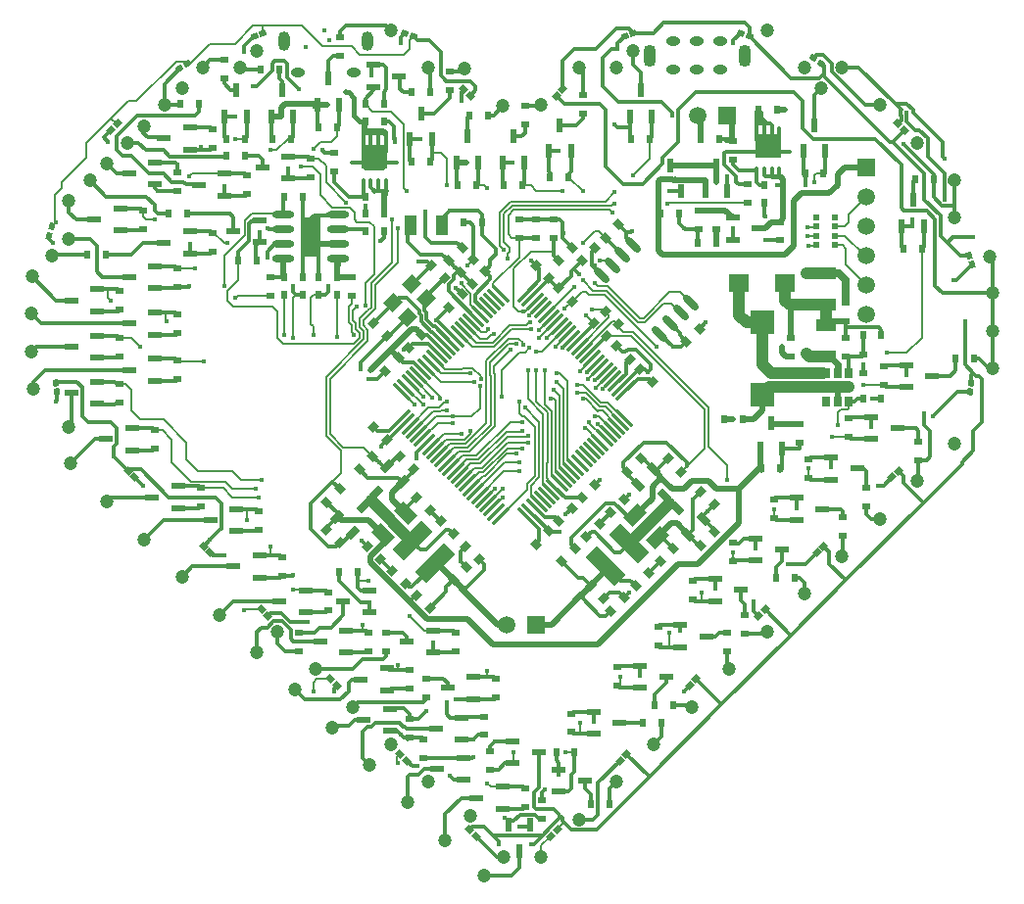
<source format=gbl>
G04 Layer_Physical_Order=4*
G04 Layer_Color=16711680*
%FSLAX44Y44*%
%MOMM*%
G71*
G01*
G75*
%ADD12C,0.5000*%
%ADD13C,1.0000*%
%ADD14C,0.3000*%
%ADD15C,0.2000*%
%ADD16C,0.7000*%
%ADD18C,0.4000*%
%ADD19O,1.1000X1.9000*%
%ADD20O,1.2000X0.8000*%
%ADD21C,1.5000*%
%ADD22R,1.5000X1.5000*%
%ADD23O,1.0000X1.7000*%
%ADD24R,1.5000X1.5000*%
%ADD25C,1.2000*%
%ADD26C,0.4500*%
%ADD27C,0.5000*%
%ADD28C,0.4000*%
%ADD33R,1.1000X1.7000*%
%ADD34R,0.8000X0.6000*%
G04:AMPARAMS|DCode=35|XSize=0.6mm|YSize=0.5mm|CornerRadius=0mm|HoleSize=0mm|Usage=FLASHONLY|Rotation=315.000|XOffset=0mm|YOffset=0mm|HoleType=Round|Shape=Rectangle|*
%AMROTATEDRECTD35*
4,1,4,-0.3889,0.0353,-0.0353,0.3889,0.3889,-0.0353,0.0353,-0.3889,-0.3889,0.0353,0.0*
%
%ADD35ROTATEDRECTD35*%

G04:AMPARAMS|DCode=36|XSize=0.6mm|YSize=0.5mm|CornerRadius=0mm|HoleSize=0mm|Usage=FLASHONLY|Rotation=280.000|XOffset=0mm|YOffset=0mm|HoleType=Round|Shape=Rectangle|*
%AMROTATEDRECTD36*
4,1,4,-0.2983,0.2520,0.1941,0.3388,0.2983,-0.2520,-0.1941,-0.3388,-0.2983,0.2520,0.0*
%
%ADD36ROTATEDRECTD36*%

G04:AMPARAMS|DCode=37|XSize=0.6mm|YSize=0.5mm|CornerRadius=0mm|HoleSize=0mm|Usage=FLASHONLY|Rotation=255.000|XOffset=0mm|YOffset=0mm|HoleType=Round|Shape=Rectangle|*
%AMROTATEDRECTD37*
4,1,4,-0.1638,0.3545,0.3191,0.2251,0.1638,-0.3545,-0.3191,-0.2251,-0.1638,0.3545,0.0*
%
%ADD37ROTATEDRECTD37*%

G04:AMPARAMS|DCode=38|XSize=0.6mm|YSize=0.5mm|CornerRadius=0mm|HoleSize=0mm|Usage=FLASHONLY|Rotation=225.000|XOffset=0mm|YOffset=0mm|HoleType=Round|Shape=Rectangle|*
%AMROTATEDRECTD38*
4,1,4,0.0353,0.3889,0.3889,0.0353,-0.0353,-0.3889,-0.3889,-0.0353,0.0353,0.3889,0.0*
%
%ADD38ROTATEDRECTD38*%

G04:AMPARAMS|DCode=39|XSize=0.6mm|YSize=0.5mm|CornerRadius=0mm|HoleSize=0mm|Usage=FLASHONLY|Rotation=215.000|XOffset=0mm|YOffset=0mm|HoleType=Round|Shape=Rectangle|*
%AMROTATEDRECTD39*
4,1,4,0.1023,0.3769,0.3891,-0.0327,-0.1023,-0.3769,-0.3891,0.0327,0.1023,0.3769,0.0*
%
%ADD39ROTATEDRECTD39*%

G04:AMPARAMS|DCode=40|XSize=0.6mm|YSize=0.5mm|CornerRadius=0mm|HoleSize=0mm|Usage=FLASHONLY|Rotation=200.000|XOffset=0mm|YOffset=0mm|HoleType=Round|Shape=Rectangle|*
%AMROTATEDRECTD40*
4,1,4,0.1964,0.3375,0.3674,-0.1323,-0.1964,-0.3375,-0.3674,0.1323,0.1964,0.3375,0.0*
%
%ADD40ROTATEDRECTD40*%

G04:AMPARAMS|DCode=41|XSize=0.6mm|YSize=0.5mm|CornerRadius=0mm|HoleSize=0mm|Usage=FLASHONLY|Rotation=160.000|XOffset=0mm|YOffset=0mm|HoleType=Round|Shape=Rectangle|*
%AMROTATEDRECTD41*
4,1,4,0.3674,0.1323,0.1964,-0.3375,-0.3674,-0.1323,-0.1964,0.3375,0.3674,0.1323,0.0*
%
%ADD41ROTATEDRECTD41*%

G04:AMPARAMS|DCode=42|XSize=1.3mm|YSize=1.1mm|CornerRadius=0mm|HoleSize=0mm|Usage=FLASHONLY|Rotation=225.000|XOffset=0mm|YOffset=0mm|HoleType=Round|Shape=Rectangle|*
%AMROTATEDRECTD42*
4,1,4,0.0707,0.8485,0.8485,0.0707,-0.0707,-0.8485,-0.8485,-0.0707,0.0707,0.8485,0.0*
%
%ADD42ROTATEDRECTD42*%

G04:AMPARAMS|DCode=43|XSize=0.6mm|YSize=1.7mm|CornerRadius=0mm|HoleSize=0mm|Usage=FLASHONLY|Rotation=225.000|XOffset=0mm|YOffset=0mm|HoleType=Round|Shape=Round|*
%AMOVALD43*
21,1,1.1000,0.6000,0.0000,0.0000,315.0*
1,1,0.6000,-0.3889,0.3889*
1,1,0.6000,0.3889,-0.3889*
%
%ADD43OVALD43*%

G04:AMPARAMS|DCode=44|XSize=0.3mm|YSize=2.1mm|CornerRadius=0mm|HoleSize=0mm|Usage=FLASHONLY|Rotation=315.000|XOffset=0mm|YOffset=0mm|HoleType=Round|Shape=Round|*
%AMOVALD44*
21,1,1.8000,0.3000,0.0000,0.0000,45.0*
1,1,0.3000,-0.6364,-0.6364*
1,1,0.3000,0.6364,0.6364*
%
%ADD44OVALD44*%

G04:AMPARAMS|DCode=45|XSize=0.3mm|YSize=2.1mm|CornerRadius=0mm|HoleSize=0mm|Usage=FLASHONLY|Rotation=225.000|XOffset=0mm|YOffset=0mm|HoleType=Round|Shape=Round|*
%AMOVALD45*
21,1,1.8000,0.3000,0.0000,0.0000,315.0*
1,1,0.3000,-0.6364,0.6364*
1,1,0.3000,0.6364,-0.6364*
%
%ADD45OVALD45*%

%ADD46R,0.6000X0.5500*%
G04:AMPARAMS|DCode=47|XSize=0.8mm|YSize=0.6mm|CornerRadius=0mm|HoleSize=0mm|Usage=FLASHONLY|Rotation=45.000|XOffset=0mm|YOffset=0mm|HoleType=Round|Shape=Rectangle|*
%AMROTATEDRECTD47*
4,1,4,-0.0707,-0.4950,-0.4950,-0.0707,0.0707,0.4950,0.4950,0.0707,-0.0707,-0.4950,0.0*
%
%ADD47ROTATEDRECTD47*%

G04:AMPARAMS|DCode=48|XSize=0.8mm|YSize=0.6mm|CornerRadius=0mm|HoleSize=0mm|Usage=FLASHONLY|Rotation=315.000|XOffset=0mm|YOffset=0mm|HoleType=Round|Shape=Rectangle|*
%AMROTATEDRECTD48*
4,1,4,-0.4950,0.0707,-0.0707,0.4950,0.4950,-0.0707,0.0707,-0.4950,-0.4950,0.0707,0.0*
%
%ADD48ROTATEDRECTD48*%

%ADD49R,0.6000X0.8000*%
G04:AMPARAMS|DCode=50|XSize=0.6mm|YSize=1.15mm|CornerRadius=0mm|HoleSize=0mm|Usage=FLASHONLY|Rotation=225.000|XOffset=0mm|YOffset=0mm|HoleType=Round|Shape=Rectangle|*
%AMROTATEDRECTD50*
4,1,4,-0.1945,0.6187,0.6187,-0.1945,0.1945,-0.6187,-0.6187,0.1945,-0.1945,0.6187,0.0*
%
%ADD50ROTATEDRECTD50*%

G04:AMPARAMS|DCode=51|XSize=0.6mm|YSize=1.15mm|CornerRadius=0mm|HoleSize=0mm|Usage=FLASHONLY|Rotation=315.000|XOffset=0mm|YOffset=0mm|HoleType=Round|Shape=Rectangle|*
%AMROTATEDRECTD51*
4,1,4,-0.6187,-0.1945,0.1945,0.6187,0.6187,0.1945,-0.1945,-0.6187,-0.6187,-0.1945,0.0*
%
%ADD51ROTATEDRECTD51*%

%ADD52O,1.2000X0.3000*%
%ADD53O,0.3000X0.7000*%
%ADD54R,2.2000X2.0000*%
%ADD55R,1.1500X0.6000*%
%ADD56R,0.6000X1.1500*%
G04:AMPARAMS|DCode=57|XSize=1.4mm|YSize=3.5mm|CornerRadius=0mm|HoleSize=0mm|Usage=FLASHONLY|Rotation=45.000|XOffset=0mm|YOffset=0mm|HoleType=Round|Shape=Rectangle|*
%AMROTATEDRECTD57*
4,1,4,0.7425,-1.7324,-1.7324,0.7425,-0.7425,1.7324,1.7324,-0.7425,0.7425,-1.7324,0.0*
%
%ADD57ROTATEDRECTD57*%

%ADD58R,1.8000X3.4000*%
%ADD59O,1.9000X0.6000*%
G04:AMPARAMS|DCode=60|XSize=0.6mm|YSize=0.5mm|CornerRadius=0mm|HoleSize=0mm|Usage=FLASHONLY|Rotation=145.000|XOffset=0mm|YOffset=0mm|HoleType=Round|Shape=Rectangle|*
%AMROTATEDRECTD60*
4,1,4,0.3891,0.0327,0.1023,-0.3769,-0.3891,-0.0327,-0.1023,0.3769,0.3891,0.0327,0.0*
%
%ADD60ROTATEDRECTD60*%

G04:AMPARAMS|DCode=61|XSize=0.6mm|YSize=0.5mm|CornerRadius=0mm|HoleSize=0mm|Usage=FLASHONLY|Rotation=285.000|XOffset=0mm|YOffset=0mm|HoleType=Round|Shape=Rectangle|*
%AMROTATEDRECTD61*
4,1,4,-0.3191,0.2251,0.1638,0.3545,0.3191,-0.2251,-0.1638,-0.3545,-0.3191,0.2251,0.0*
%
%ADD61ROTATEDRECTD61*%

G04:AMPARAMS|DCode=62|XSize=0.6mm|YSize=0.5mm|CornerRadius=0mm|HoleSize=0mm|Usage=FLASHONLY|Rotation=260.000|XOffset=0mm|YOffset=0mm|HoleType=Round|Shape=Rectangle|*
%AMROTATEDRECTD62*
4,1,4,-0.1941,0.3388,0.2983,0.2520,0.1941,-0.3388,-0.2983,-0.2520,-0.1941,0.3388,0.0*
%
%ADD62ROTATEDRECTD62*%

G04:AMPARAMS|DCode=63|XSize=1.7mm|YSize=1.1mm|CornerRadius=0mm|HoleSize=0mm|Usage=FLASHONLY|Rotation=45.000|XOffset=0mm|YOffset=0mm|HoleType=Round|Shape=Rectangle|*
%AMROTATEDRECTD63*
4,1,4,-0.2121,-0.9899,-0.9899,-0.2121,0.2121,0.9899,0.9899,0.2121,-0.2121,-0.9899,0.0*
%
%ADD63ROTATEDRECTD63*%

G04:AMPARAMS|DCode=64|XSize=1.7mm|YSize=1.1mm|CornerRadius=0mm|HoleSize=0mm|Usage=FLASHONLY|Rotation=135.000|XOffset=0mm|YOffset=0mm|HoleType=Round|Shape=Rectangle|*
%AMROTATEDRECTD64*
4,1,4,0.9899,-0.2121,0.2121,-0.9899,-0.9899,0.2121,-0.2121,0.9899,0.9899,-0.2121,0.0*
%
%ADD64ROTATEDRECTD64*%

G04:AMPARAMS|DCode=65|XSize=1.4mm|YSize=3.5mm|CornerRadius=0mm|HoleSize=0mm|Usage=FLASHONLY|Rotation=135.000|XOffset=0mm|YOffset=0mm|HoleType=Round|Shape=Rectangle|*
%AMROTATEDRECTD65*
4,1,4,1.7324,0.7425,-0.7425,-1.7324,-1.7324,-0.7425,0.7425,1.7324,1.7324,0.7425,0.0*
%
%ADD65ROTATEDRECTD65*%

%ADD66R,1.7000X1.1000*%
%ADD67R,0.6500X0.9000*%
%ADD68R,1.7000X1.6000*%
%ADD69R,2.1000X2.1500*%
%ADD70C,0.6000*%
D12*
X1990670Y1649400D02*
X1999400D01*
Y1656900D01*
X2002500Y1660000D01*
X2027247D01*
X2029259Y1657988D01*
X2030670Y1659400D01*
X2039400D01*
X2080000Y1614000D02*
Y1612500D01*
X2072500Y1605000D01*
X2080000D01*
X2087500D01*
X2088000Y1580000D02*
Y1572500D01*
Y1565000D01*
X2060000Y1510500D02*
X2059500Y1510000D01*
X2048000D01*
Y1515000D01*
Y1520000D01*
Y1525450D01*
X2048500Y1525950D01*
Y1520500D01*
X2048000Y1520000D01*
X2001500D02*
Y1525950D01*
X2030000Y1540000D02*
Y1550000D01*
Y1557500D01*
Y1540000D02*
X2031350Y1538650D01*
X2048500D01*
X2001500Y1520000D02*
Y1515000D01*
Y1510500D01*
X2002000Y1510000D01*
X2093839Y1447161D02*
X2111678Y1465000D01*
X2116314D01*
X2120657Y1460657D01*
X2094153Y1447161D02*
X2100657Y1440657D01*
X2094153Y1447161D02*
X2093839D01*
X2076678Y1430000D01*
X2095000Y1323730D02*
X2104344Y1333073D01*
X2106868Y1306366D02*
X2095000Y1318234D01*
Y1323730D01*
X2075050Y1300000D02*
X2087776Y1287274D01*
Y1280276D01*
X2076352Y1268852D01*
Y1264050D01*
X2110402Y1230000D01*
X2123951Y1216451D01*
X2123951D01*
X2123951D02*
X2125402Y1215000D01*
X2160000D01*
X2182500Y1192500D01*
X2272500D01*
X2342500Y1262500D01*
X2359343D01*
X2395000Y1298157D01*
Y1327500D01*
X2412250Y1344750D01*
X2413170Y1345000D02*
Y1361900D01*
Y1345000D02*
X2414500D01*
X2395000Y1327500D02*
X2375000D01*
X2368396Y1334104D01*
X2354104D01*
X2347500Y1327500D01*
X2336986D01*
X2327500Y1336986D01*
Y1337619D01*
X2320922Y1344197D01*
X2327500Y1336986D02*
X2319927Y1329413D01*
Y1319019D01*
X2305203Y1304294D01*
X2301704Y1300796D01*
X2280101Y1257272D02*
X2266665Y1243837D01*
X2260000Y1237171D01*
X2258832Y1236004D01*
X2232829Y1210000D01*
X2220000D01*
X2194600D02*
X2186642D01*
X2154571Y1242071D01*
X2154899D02*
X2148234Y1248737D01*
X2134799Y1262172D01*
X2075050Y1300000D02*
X2050867D01*
X2047874Y1302993D01*
X2336592Y1297500D02*
X2341229D01*
X2351002Y1287727D01*
X2332500Y1293408D02*
X2336592Y1297500D01*
X2332500Y1293408D02*
X2324295Y1285203D01*
X2424070Y1383000D02*
X2430000D01*
X2437500D01*
X2447500D01*
X2424070D02*
X2422670Y1384400D01*
X2480000Y1403000D02*
Y1415000D01*
X2470000Y1468500D02*
X2473500Y1472000D01*
X2487500D01*
X2435000Y1530000D02*
X2442000Y1537000D01*
Y1576000D01*
X2449000Y1583000D01*
X2473000D01*
X2480000Y1590000D01*
Y1599000D01*
X2486000Y1605000D01*
X2505000D01*
X2435000Y1655000D02*
X2428000D01*
X2430000Y1597500D02*
X2433000Y1594500D01*
Y1590000D01*
Y1575000D01*
Y1561000D01*
X2430000Y1558000D01*
X2423000D01*
X2417330Y1552330D01*
X2411900D01*
X2389400Y1561830D02*
X2383230Y1568000D01*
X2375000D01*
X2360000D01*
X2325670Y1566330D02*
Y1572500D01*
Y1584400D01*
Y1593170D01*
X2327500Y1595000D01*
X2332588D01*
X2337677D01*
X2338347Y1594330D01*
X2365670D01*
Y1584400D01*
X2375000Y1592500D02*
Y1597500D01*
X2375170Y1597670D01*
Y1606900D01*
X2335170D01*
X2325670Y1566330D02*
X2327000Y1565000D01*
X2325670Y1566330D02*
Y1533330D01*
X2329000Y1530000D01*
X2435000D01*
X2438500Y1486500D02*
X2440000Y1485000D01*
Y1458000D01*
X2432500Y1450000D02*
Y1445000D01*
X2435500Y1442000D01*
X2440000D01*
X2415000Y1408750D02*
Y1395000D01*
X2407500Y1387500D01*
X2398000D01*
X2390000D02*
X2382000D01*
X2375500Y1540000D02*
Y1545750D01*
Y1551500D01*
X2375000Y1552000D01*
X2362000Y1630000D02*
Y1647601D01*
X2359600Y1650000D01*
X2159399Y1609400D02*
X2150670D01*
D13*
X2077071Y1317071D02*
X2112171Y1281971D01*
X2299899Y1279899D02*
X2335000Y1315000D01*
X2415000Y1408750D02*
X2421250Y1415000D01*
X2472500D01*
X2480000D01*
X2490000D01*
X2467500Y1427000D02*
X2423000D01*
X2415000Y1435000D01*
Y1471250D01*
X2401250D01*
X2395250Y1477250D01*
Y1505000D01*
X2470000Y1468500D02*
Y1486500D01*
X2438500D01*
X2434750Y1490250D01*
Y1505000D01*
X2453500Y1513500D02*
X2457500D01*
X2470000D01*
Y1441500D02*
X2456000D01*
X2453500Y1444000D01*
D14*
X1785000Y1414000D02*
Y1420000D01*
X1795170Y1430170D01*
X1868100D01*
X1858670Y1440670D02*
X1860000Y1442000D01*
X1858670Y1440670D02*
X1840600D01*
Y1459670D02*
X1858330D01*
X1860000Y1458000D01*
X1860000Y1458000D01*
X1868100Y1470170D02*
X1791870D01*
X1783520Y1478520D01*
X1784000Y1511000D02*
X1804830Y1490170D01*
X1818100D01*
Y1450170D02*
X1787670D01*
X1783520Y1446020D01*
X1804306Y1418938D02*
X1805368Y1420000D01*
X1822500D01*
X1827500Y1415000D01*
Y1390000D01*
X1832500Y1385000D01*
X1852500D01*
X1857500Y1380000D01*
Y1366577D01*
X1854996Y1364074D01*
Y1355004D01*
X1860000Y1350000D01*
X1860001D01*
X1867173Y1342828D01*
Y1344061D01*
X1878439D01*
X1902500Y1320000D01*
X1942500D01*
X1947500Y1315000D01*
Y1292500D01*
X1946845D01*
X1937500Y1283155D01*
X1932173Y1277828D01*
X1937829Y1272172D02*
X1940001Y1270000D01*
X1950000D01*
X1980601Y1269670D02*
X1990000D01*
X1998330D01*
X2000001Y1268000D01*
X2025000Y1292500D02*
Y1315000D01*
X2043586Y1333586D01*
X2047171Y1330000D01*
X2049946Y1327226D02*
X2043586Y1333586D01*
X2038632Y1315912D02*
X2047874Y1306670D01*
Y1302993D01*
X2038632Y1293752D01*
Y1291870D01*
X2025000Y1292500D02*
X2040000Y1277500D01*
X2046890D01*
X2049946Y1280556D01*
X2052307D01*
X2061309Y1289558D01*
X2069216Y1282500D02*
X2073988Y1277728D01*
X2085301Y1266414D02*
X2095201Y1256515D01*
X2095201D01*
X2065500Y1255000D02*
Y1248500D01*
Y1242000D01*
X2067830Y1239670D01*
X2075600D01*
Y1229400D02*
X2068100D01*
X2049500Y1248000D01*
Y1255000D01*
X2038330Y1239670D02*
X2040000Y1238000D01*
X2038330Y1239670D02*
X2027500D01*
X2020600D01*
Y1220670D02*
X2038671D01*
X2040000Y1222000D01*
X2022500Y1212500D02*
X2007052D01*
X1999552Y1220000D01*
X1990349D01*
X1987829Y1217480D01*
X1992752Y1212980D02*
X2000208D01*
X2005188Y1208000D01*
X2007500Y1205688D01*
Y1197500D01*
X2009830Y1195170D01*
X2033100D01*
X2032250Y1207250D02*
X2042250D01*
X2053100Y1218100D01*
Y1230170D01*
X2075600Y1229400D02*
Y1220670D01*
X2073330Y1204670D02*
X2075000Y1203000D01*
X2073330Y1204670D02*
X2070000D01*
X2055600D01*
Y1185670D02*
X2073670D01*
X2075000Y1187000D01*
X2070000Y1180000D02*
X2087500D01*
X2090000Y1182500D01*
Y1187000D01*
X2090600Y1172170D02*
X2092270Y1170500D01*
X2100000D01*
X2107500D01*
X2125000Y1163000D02*
X2139500D01*
X2143100Y1159400D01*
Y1155170D01*
X2142500Y1142500D02*
Y1132500D01*
X2145330Y1129670D01*
X2155600D01*
X2156430Y1130500D01*
X2175000D01*
Y1114500D02*
X2169500D01*
X2165670Y1110670D01*
X2155600D01*
X2184330Y1109330D02*
X2199400D01*
X2184330D02*
X2180000Y1105000D01*
Y1100500D01*
Y1084500D02*
X2187000D01*
X2192830Y1090330D01*
X2199400D01*
X2190600Y1069670D02*
X2208330D01*
X2210000Y1068000D01*
X2217500Y1065000D02*
X2221900Y1069400D01*
Y1099830D01*
X2237000Y1100000D02*
Y1093000D01*
X2239400Y1090600D01*
Y1084330D01*
Y1079965D01*
X2250000Y1080000D02*
X2253000Y1083000D01*
Y1100000D01*
X2250000Y1080000D02*
Y1068160D01*
X2247170Y1065330D01*
X2239400D01*
X2227500Y1067500D02*
X2225000Y1065000D01*
Y1058000D01*
X2217500Y1052500D02*
Y1065000D01*
Y1052500D02*
X2219850Y1050150D01*
X2234850D01*
X2238750Y1046250D01*
X2240000Y1045000D02*
X2242500Y1042500D01*
Y1040000D01*
X2250020Y1032480D01*
X2271723D01*
X2316743Y1077500D01*
X2380000Y1140757D01*
X2440000Y1200757D01*
X2487500Y1248257D01*
X2555000Y1315757D01*
X2587500Y1348257D01*
Y1350000D01*
X2597500Y1360000D01*
Y1377500D01*
X2605000Y1385000D01*
Y1422500D01*
X2602500Y1425000D01*
X2600000D01*
X2597500Y1427500D01*
X2595694Y1425694D01*
Y1418938D01*
X2594305Y1411060D02*
X2583560D01*
X2562500Y1390000D01*
X2555000Y1392500D02*
Y1382500D01*
X2560000Y1377500D01*
Y1355000D01*
X2557000Y1352000D01*
X2550000D01*
Y1335000D01*
X2548980Y1333980D01*
X2537500Y1332500D02*
Y1338155D01*
X2532827Y1342828D01*
X2527171Y1337172D02*
X2519999Y1330000D01*
X2515000D01*
X2505000Y1328000D02*
Y1342500D01*
X2502670Y1344830D01*
X2496900D01*
X2474400Y1345600D02*
Y1354330D01*
X2456330D01*
X2455000Y1353000D01*
Y1337000D02*
X2456670Y1335330D01*
X2474400D01*
X2482670Y1309830D02*
X2485000Y1307500D01*
X2485000Y1307500D01*
Y1303000D01*
X2482670Y1309830D02*
X2466900D01*
X2444400Y1310600D02*
Y1319330D01*
X2444400Y1319330D02*
X2426329D01*
X2425000Y1318000D01*
X2430500Y1342500D02*
X2432170Y1344170D01*
Y1352500D01*
Y1361900D01*
Y1361900D02*
X2446900D01*
X2447500Y1362500D01*
X2447500Y1362500D01*
Y1367000D01*
X2490000Y1372000D02*
X2491670Y1370330D01*
X2509400D01*
Y1380601D02*
Y1389330D01*
X2491329D01*
X2490000Y1388000D01*
X2490000Y1402500D02*
X2495000D01*
X2497500Y1405000D01*
X2502000D01*
X2510000D02*
X2518000D01*
X2521670Y1415330D02*
X2539400D01*
X2531900Y1379830D02*
X2547670D01*
X2550000Y1377500D01*
Y1368000D01*
X2550000Y1368000D01*
X2537500Y1332500D02*
X2554243Y1315757D01*
X2555000D01*
X2521670Y1415330D02*
X2520000Y1417000D01*
X2489500Y1403000D02*
X2490000Y1402500D01*
X2539400Y1425601D02*
Y1434330D01*
X2521329D01*
X2520000Y1433000D01*
X2502500Y1435000D02*
Y1427000D01*
X2489500D02*
Y1440000D01*
X2487500Y1442000D01*
X2501500D01*
X2502500Y1443000D01*
X2502000Y1443500D01*
Y1460000D01*
X2518000D02*
Y1464500D01*
X2515500Y1467000D01*
X2488000D01*
X2487500Y1467500D01*
Y1472000D01*
Y1467500D02*
Y1458000D01*
X2561900Y1424830D02*
X2577330D01*
X2582000Y1429500D01*
Y1440000D01*
X2590000Y1435000D02*
X2597500Y1427500D01*
X2598000Y1440000D02*
X2602500D01*
X2611020Y1431481D01*
X2613980D01*
Y1463980D01*
Y1496480D01*
Y1526020D01*
X2612000Y1528000D01*
X2593964Y1528863D02*
X2586363D01*
X2575000Y1540225D01*
X2579775Y1545000D01*
X2597500D01*
X2581480Y1561480D02*
Y1572250D01*
Y1593980D01*
X2580460Y1595000D01*
X2576980D01*
Y1592116D01*
X2581480Y1572250D02*
X2570325D01*
X2563000Y1579575D01*
Y1595000D01*
Y1599500D01*
X2537500Y1625000D01*
X2528156Y1627500D02*
X2537828Y1637173D01*
X2547500Y1637500D02*
X2550689D01*
X2557980Y1630208D01*
Y1614520D01*
X2572480Y1600020D01*
Y1577520D01*
X2572500Y1577500D01*
X2555000D02*
Y1600000D01*
X2527500Y1627500D01*
X2528156D02*
X2525000D01*
X2468277Y1684223D01*
Y1692707D01*
X2465777Y1695207D01*
X2467500Y1702500D02*
X2474980Y1695020D01*
Y1687753D01*
X2503753Y1658980D01*
X2516480D01*
X2512500Y1630000D02*
X2535000Y1607500D01*
Y1570000D01*
X2537500Y1567500D01*
X2557500D01*
X2564500Y1560500D01*
Y1503000D01*
X2571020Y1496480D01*
X2613980D01*
X2582400Y1507500D02*
X2596035Y1521135D01*
X2582400Y1507500D02*
X2580000D01*
X2590000Y1472500D02*
Y1435000D01*
X2575000Y1540225D02*
X2569000Y1546225D01*
Y1563500D01*
X2555000Y1577500D01*
X2545170Y1593170D02*
X2547000Y1595000D01*
X2545170Y1593170D02*
Y1576900D01*
X2545000Y1560000D02*
X2544400Y1559400D01*
Y1554400D01*
X2535670D01*
Y1554400D02*
Y1536330D01*
X2537000Y1535000D01*
X2553000D02*
X2553000Y1535000D01*
X2554670Y1536670D01*
Y1554400D01*
X2570653Y1614347D02*
Y1626847D01*
X2545250Y1652250D01*
Y1654675D01*
X2539925Y1660000D01*
X2530000D01*
X2535000Y1655000D01*
Y1654925D01*
X2534750Y1654675D01*
Y1650325D01*
X2535000Y1650075D01*
Y1645658D01*
X2532172Y1642829D01*
X2540000Y1645000D02*
X2547500Y1637500D01*
X2540000Y1645000D02*
Y1652500D01*
X2530000Y1660000D02*
X2498519Y1691481D01*
X2483980D01*
X2512500Y1630000D02*
X2459077D01*
X2450000Y1639077D01*
Y1662500D01*
X2442500Y1670000D01*
X2357500D01*
X2342750Y1655250D01*
Y1627473D01*
X2329170Y1613893D01*
Y1608170D01*
X2312000Y1591000D01*
X2294657D01*
X2280000Y1605657D01*
Y1655000D01*
X2275000Y1660000D01*
X2244342D01*
X2237171Y1667172D01*
X2242827Y1672828D02*
Y1674061D01*
X2242500D01*
Y1673155D02*
X2242827Y1672828D01*
X2242500Y1673155D02*
Y1697500D01*
X2252500Y1707500D01*
X2271490D01*
X2288998Y1725008D01*
X2299447D01*
X2299455Y1725000D01*
X2300126D01*
X2303758Y1721369D01*
X2321369D01*
X2330000Y1730000D01*
X2400000D01*
X2403759Y1726241D01*
Y1718633D01*
X2439911Y1682480D01*
X2462253D01*
X2462292Y1682520D01*
X2464073D01*
X2468277Y1686723D01*
X2467500Y1702500D02*
X2461928D01*
X2459223Y1699796D01*
X2460170Y1667670D02*
X2466020Y1673520D01*
X2460170Y1667670D02*
Y1641900D01*
X2429750Y1637250D02*
Y1628750D01*
X2423250Y1628916D02*
Y1630000D01*
Y1637250D01*
Y1641750D01*
X2421750Y1643250D01*
X2419250D01*
X2414625Y1647875D01*
Y1652375D01*
X2412500Y1654500D01*
Y1650000D01*
X2414625Y1647875D01*
Y1645375D01*
X2416750Y1643250D01*
X2419250D01*
X2423250Y1628916D02*
Y1627250D01*
Y1602750D02*
Y1598000D01*
X2423750Y1597500D01*
X2417500D01*
X2416750Y1598250D01*
Y1602750D01*
X2410250D02*
X2410000Y1602500D01*
Y1592500D01*
X2412500Y1590000D01*
X2417000D01*
X2402500Y1590500D02*
X2394500D01*
X2392500Y1592500D01*
Y1597500D01*
X2382500Y1607500D01*
Y1617500D01*
X2384000Y1619000D01*
X2405000D01*
X2410250Y1628750D02*
Y1637250D01*
Y1645250D01*
Y1653250D01*
X2412000Y1655000D01*
X2412500Y1654500D01*
X2412000Y1655000D02*
Y1648000D01*
X2412500Y1647500D01*
Y1650000D01*
Y1647500D02*
X2414625Y1645375D01*
X2412500Y1645000D02*
X2412000Y1645500D01*
Y1647000D01*
X2412500Y1647500D01*
X2412000Y1647000D02*
Y1648000D01*
Y1647000D02*
X2410250Y1645250D01*
X2412250Y1643250D01*
X2416750D01*
Y1637250D01*
Y1630000D01*
Y1628750D01*
X2390000Y1628000D02*
Y1645000D01*
X2388000Y1647000D01*
Y1642000D01*
X2388000Y1642000D01*
Y1630000D01*
X2390000Y1628000D01*
X2384000D01*
X2382000Y1630000D01*
X2388000D01*
X2382000D02*
X2378000D01*
X2385000Y1650000D02*
X2388000Y1647000D01*
X2390000Y1612000D02*
Y1607500D01*
X2394750Y1602750D01*
X2410250D01*
X2385000Y1597500D02*
Y1584730D01*
X2384670Y1584400D01*
X2390000Y1552500D02*
Y1543430D01*
X2389400Y1542830D01*
X2417500Y1542500D02*
X2429500D01*
X2430000Y1542000D01*
X2427500Y1590000D02*
X2433000D01*
X2427500D02*
X2427500Y1590000D01*
X2429750Y1597750D02*
Y1602750D01*
Y1597750D02*
X2430000Y1597500D01*
X2450500Y1599430D02*
Y1617500D01*
Y1599430D02*
X2451830Y1598100D01*
X2452000Y1600000D02*
Y1590500D01*
X2452500Y1590000D01*
X2467830Y1598100D02*
X2469500Y1599770D01*
Y1617500D01*
X2417000Y1575000D02*
Y1563000D01*
X2417500Y1562500D01*
X2344670Y1584400D02*
X2344070Y1585000D01*
X2335000D01*
X2343000Y1565000D02*
Y1557000D01*
X2347500Y1552500D01*
Y1552500D01*
X2348000Y1552000D01*
X2360000D01*
X2359500Y1551500D01*
Y1540000D01*
X2303368Y1538573D02*
X2297500Y1544440D01*
Y1548814D01*
X2301314D01*
X2302500Y1550000D01*
X2297500Y1548814D02*
X2290657Y1555657D01*
X2279637Y1544343D02*
X2294388Y1529593D01*
X2279637Y1544343D02*
X2279343D01*
X2270657Y1535657D02*
X2267500Y1532500D01*
Y1520559D01*
X2276427Y1511632D01*
X2269343Y1470657D02*
Y1469343D01*
X2253740Y1453740D01*
X2289095Y1418385D02*
X2297500Y1426790D01*
Y1436187D01*
X2300657Y1439343D01*
X2299000Y1448000D02*
X2306000D01*
X2319000Y1435000D01*
Y1431002D01*
X2315995Y1427997D01*
X2313336Y1430657D01*
X2309343D01*
X2308439D01*
X2292631Y1414849D01*
X2296167Y1411314D02*
X2307353Y1422500D01*
X2313000D01*
X2317500D01*
X2320657Y1419343D01*
X2332500Y1367500D02*
X2350000Y1350000D01*
Y1346971D01*
X2333840Y1353439D02*
X2324599Y1344197D01*
X2320922D01*
X2311680Y1353439D01*
X2309799D01*
X2295000Y1350000D02*
X2312500Y1367500D01*
X2332500D01*
X2355000Y1318030D02*
X2362125Y1325155D01*
X2355000Y1318030D02*
Y1291725D01*
X2351002Y1287727D01*
X2360244Y1278485D01*
X2362125D01*
X2364437Y1301162D02*
Y1304839D01*
X2367500Y1307902D01*
X2373439Y1313840D01*
Y1292161D02*
Y1289799D01*
Y1292161D02*
X2364437Y1301162D01*
X2328537Y1285203D02*
X2338083Y1275657D01*
X2328537Y1285203D02*
X2324295D01*
X2326770Y1264343D02*
X2316870Y1254444D01*
X2356330Y1249330D02*
X2374400D01*
X2374400D02*
Y1240600D01*
X2374400Y1230330D02*
X2362500D01*
X2356670D01*
X2355000Y1232000D01*
Y1248000D02*
X2356330Y1249330D01*
X2344400Y1209330D02*
X2326330D01*
X2325000Y1208000D01*
Y1192000D02*
X2326670Y1190330D01*
X2335000D01*
X2344400D01*
Y1204965D02*
Y1209330D01*
X2331900Y1164830D02*
Y1159400D01*
X2322000Y1149500D01*
Y1140000D01*
X2338000D02*
X2352960D01*
X2353980Y1138980D01*
X2347500Y1152500D02*
X2352171Y1157171D01*
Y1157172D01*
X2357827Y1162828D02*
X2379898Y1140757D01*
X2380000D01*
X2418980Y1203980D02*
X2417000Y1202000D01*
X2400000D01*
X2385000Y1203000D02*
X2378000D01*
X2374830Y1199830D01*
X2366900D01*
X2385000Y1187000D02*
Y1172961D01*
X2386480Y1171480D01*
X2440000Y1200757D02*
X2417929Y1222829D01*
X2417827D01*
X2407500Y1221842D02*
X2412170Y1217172D01*
X2407500Y1221842D02*
Y1230000D01*
X2400000Y1227500D02*
Y1218000D01*
Y1227500D02*
X2396900Y1230600D01*
Y1239830D01*
X2427000Y1250000D02*
Y1259500D01*
X2431900Y1264400D01*
Y1274830D01*
X2437500Y1262500D02*
X2452499D01*
X2462170Y1272172D01*
X2467827Y1277828D02*
X2472500Y1273156D01*
Y1262500D01*
X2486743Y1248257D01*
X2487500D01*
X2485000Y1270000D02*
Y1287000D01*
Y1270000D02*
X2483980Y1268980D01*
X2508980Y1301480D02*
X2516480D01*
X2508980D02*
X2505000Y1305461D01*
Y1312000D01*
X2444400Y1300330D02*
X2426670D01*
X2425000Y1302000D01*
X2425000Y1302000D01*
X2443000Y1250000D02*
X2447500D01*
X2451481Y1246020D01*
Y1236480D01*
X2409400Y1265330D02*
X2391670D01*
X2390000Y1267000D01*
X2391250Y1281750D02*
X2393000Y1280000D01*
X2395000D01*
X2399330Y1284330D01*
X2409400D01*
Y1275601D01*
X2412250Y1344750D02*
X2414500Y1342500D01*
X2366000Y1471000D02*
X2360657Y1465657D01*
X2343686Y1462334D02*
X2335612Y1470408D01*
X2343686Y1462334D02*
Y1460000D01*
X2349343Y1454343D01*
X2345000Y1450000D01*
X2338059D01*
X2326632Y1461427D01*
X2299000Y1448000D02*
X2297000Y1446000D01*
X2294000D01*
X2289343Y1450657D01*
X2280657Y1459343D02*
X2264447Y1443134D01*
X2264346D01*
X2257000Y1513000D02*
X2253000Y1517000D01*
Y1518000D01*
X2259343Y1524343D01*
X2259343D01*
X2253000Y1518000D02*
X2250000Y1515000D01*
Y1511314D01*
X2239343Y1500657D01*
X2238439D01*
X2230657Y1508439D01*
Y1509343D01*
Y1508439D02*
X2214849Y1492631D01*
X2211314Y1496167D02*
X2222500Y1507353D01*
Y1517500D01*
X2219343Y1520657D01*
X2215000Y1525000D01*
X2215000D01*
X2235000Y1528686D02*
X2239343Y1524343D01*
X2235000Y1528686D02*
Y1532500D01*
X2235000Y1532500D01*
X2235000Y1532500D02*
Y1544500D01*
X2242500Y1543814D02*
X2250657Y1535657D01*
X2242500Y1543814D02*
Y1557500D01*
X2239500Y1560500D01*
X2235000D01*
X2220000D01*
X2205000D01*
Y1544500D02*
X2220000D01*
X2209670Y1591670D02*
Y1609400D01*
Y1591670D02*
X2208000Y1590000D01*
X2230670Y1601330D02*
X2232000Y1600000D01*
X2230670Y1601330D02*
Y1619400D01*
X2239399D01*
X2249670D02*
Y1601670D01*
X2248000Y1600000D01*
X2290000Y1640000D02*
X2300670D01*
Y1649400D01*
Y1640000D02*
Y1631330D01*
X2302000Y1630000D01*
X2290000Y1640000D02*
X2287500Y1642500D01*
X2290500Y1662000D02*
X2328000D01*
X2337500Y1652500D01*
Y1650000D01*
X2319670Y1649400D02*
Y1631670D01*
X2318000Y1630000D01*
X2390000Y1712500D02*
Y1715129D01*
X2396241Y1721369D01*
X2296240Y1718633D02*
X2290000Y1712392D01*
Y1707500D01*
X2285000D01*
X2277500Y1700000D01*
Y1675000D01*
X2290500Y1662000D01*
X2310170Y1671900D02*
Y1687330D01*
X2303520Y1693980D01*
Y1706020D01*
X2256480Y1691481D02*
X2260000Y1687961D01*
Y1668000D01*
Y1652000D02*
Y1647500D01*
X2254400Y1641900D01*
X2240170D01*
X2210000Y1642000D02*
Y1635000D01*
X2206900Y1631900D01*
X2200170D01*
X2183000Y1650000D02*
X2191000Y1658000D01*
X2183000Y1650000D02*
X2178000D01*
X2162000D02*
X2160170Y1648170D01*
Y1631900D01*
X2162827Y1667172D02*
X2167500Y1671844D01*
Y1675000D01*
X2162500Y1680000D01*
X2142000D01*
X2140000Y1682000D01*
X2139757D01*
X2137500Y1684257D01*
Y1705000D01*
X2127500Y1715000D01*
X2117389D01*
X2113757Y1718632D01*
X2106240Y1721368D02*
X2102500Y1717628D01*
Y1712500D01*
X2093980Y1723980D02*
X2090460Y1727500D01*
X2055000D01*
X2050000Y1722500D01*
Y1718000D01*
Y1702000D02*
X2044500D01*
X2040170Y1697670D01*
Y1681900D01*
X2049670Y1659400D02*
Y1641670D01*
X2048000Y1640000D01*
X2032000D02*
X2030670Y1641330D01*
Y1659400D01*
X2015000Y1672500D02*
X2004750Y1682750D01*
Y1694493D01*
X2002243Y1697000D01*
X1993757D01*
X1992000Y1695243D01*
Y1688757D01*
X1978243Y1675000D01*
X1975000D01*
X1960170Y1671900D02*
X1955600D01*
X1950000Y1677500D01*
Y1682000D01*
X1950670Y1649400D02*
Y1631330D01*
X1952000Y1630000D01*
X1968000D02*
X1969670Y1631670D01*
Y1649400D01*
X1959400D02*
X1950670D01*
X1990670D02*
Y1631330D01*
X1992000Y1630000D01*
X1980000Y1615000D02*
X1983100Y1611900D01*
Y1605170D01*
X1980000Y1615000D02*
X1968000D01*
X1968330Y1599670D02*
X1970000Y1598000D01*
X1968330Y1599670D02*
X1950600D01*
Y1589400D02*
Y1580670D01*
X1968670D01*
X1970000Y1582000D01*
X1952000Y1614670D02*
Y1615000D01*
Y1614670D02*
X1902830D01*
X1897500Y1620000D01*
X1882500D01*
X1876020Y1626480D01*
X1866480D01*
X1870000Y1615000D02*
X1885000Y1600000D01*
X1897500D01*
X1905000Y1592500D01*
X1915000D01*
X1917000Y1590500D01*
X1928100D01*
Y1590170D01*
X1910000Y1584500D02*
X1893000D01*
X1890600Y1586900D01*
Y1590670D01*
X1882500Y1580000D02*
X1890000Y1572500D01*
Y1567500D01*
X1892500Y1565000D01*
X1892500Y1565000D01*
X1902000D01*
X1918000D02*
X1955000D01*
X1958100Y1561900D01*
Y1550170D01*
X1971850Y1556850D02*
X1974670Y1559670D01*
X1980600D01*
Y1549400D02*
Y1540670D01*
X1977500Y1537570D01*
Y1525500D01*
X1978000Y1525000D01*
X1987500Y1527500D02*
Y1532500D01*
X1993650Y1538650D01*
X2001500D01*
Y1551350D02*
X1988650D01*
X1987500Y1552500D01*
X1971850Y1556850D02*
Y1541850D01*
X1962000Y1532000D01*
Y1525000D01*
X1990000Y1510500D02*
X2001500D01*
X2010000Y1502500D02*
Y1497500D01*
X2012500Y1495000D01*
X2018000D01*
X2032000D02*
X2037500D01*
X2040000Y1497500D01*
Y1502500D01*
X2032000Y1510000D02*
Y1538000D01*
X2025000Y1545000D01*
Y1561000D01*
X2028000Y1564000D01*
X2039000D01*
X2039050Y1564050D01*
X2048500D01*
Y1551350D02*
X2070650D01*
X2072000Y1550000D01*
Y1565000D02*
Y1572000D01*
X2072000Y1572000D01*
X2088000Y1550000D02*
Y1544516D01*
X2084750Y1541266D01*
X2096071Y1488285D02*
Y1487385D01*
X2101186Y1492500D01*
X2107500D01*
X2118500Y1481500D01*
Y1479291D01*
X2120285Y1477506D01*
Y1471927D01*
X2128961Y1463250D01*
X2129678D01*
X2142724Y1450204D01*
X2139189Y1446669D02*
X2139178D01*
X2125190Y1460657D01*
X2120657D01*
X2126080Y1452707D02*
X2135653Y1443134D01*
X2126080Y1452707D02*
X2112707D01*
X2109343Y1449343D01*
X2113503Y1437000D02*
X2121511Y1428991D01*
X2117976Y1425456D02*
X2117975D01*
X2113503Y1437000D02*
X2104314D01*
X2100657Y1440657D01*
X2089343Y1429343D02*
X2082000Y1422000D01*
X2075000D01*
X2068000Y1431000D02*
Y1436687D01*
X2090657Y1459343D01*
X2092586D01*
X2108799Y1475557D01*
X2124785Y1473791D02*
Y1479370D01*
X2123000Y1481155D01*
Y1489758D01*
X2125063Y1491820D01*
Y1493749D01*
X2140657Y1509343D01*
X2148606Y1508808D02*
Y1511606D01*
X2151343Y1514343D01*
X2154343D01*
Y1514343D01*
X2159343Y1509343D01*
X2164343Y1504343D01*
X2159343Y1509343D02*
Y1509343D01*
X2155657Y1495657D02*
X2150314Y1501000D01*
X2150000D01*
X2144000Y1498426D02*
X2167473Y1474953D01*
X2174544Y1482025D02*
X2167216Y1489353D01*
Y1495372D01*
X2180000Y1508157D01*
Y1511314D01*
X2175657Y1515657D01*
X2180207Y1520207D01*
Y1525207D01*
X2184793Y1529793D01*
Y1535207D01*
X2173000Y1547000D01*
Y1557500D01*
Y1564500D01*
X2170000Y1567500D01*
X2145000D01*
X2141000Y1563500D01*
Y1555000D01*
X2151314Y1540000D02*
X2155657Y1535657D01*
X2165657Y1525657D02*
Y1554343D01*
X2162500Y1557500D01*
X2157000D01*
X2168000Y1590000D02*
X2169670Y1591670D01*
Y1609400D01*
X2190670D02*
Y1591330D01*
X2192000Y1590000D01*
X2190670Y1609400D02*
X2199400D01*
X2210000Y1658000D02*
X2223000D01*
X2223980Y1658980D01*
X2158000Y1691000D02*
X2155000Y1688000D01*
X2145000D01*
X2128000Y1689961D02*
X2126480Y1691481D01*
X2128000Y1689961D02*
Y1670000D01*
X2112000D02*
X2105000D01*
X2105000Y1670000D01*
X2101900Y1673100D01*
Y1684230D01*
X2090000Y1691300D02*
Y1672500D01*
X2088000Y1670500D01*
Y1660000D01*
Y1645000D02*
X2093000D01*
X2097000Y1641000D01*
Y1629758D01*
X2097496Y1630254D01*
X2097500Y1630250D01*
Y1627500D01*
X2089750Y1627250D02*
Y1632750D01*
Y1635250D01*
X2087500Y1637500D01*
X2085000D01*
X2087500Y1635000D01*
X2089750Y1632750D01*
X2087500Y1635000D02*
X2082500D01*
X2083250Y1634250D01*
Y1627250D01*
Y1618768D01*
Y1617250D01*
X2089750Y1618750D02*
Y1627250D01*
X2076750D02*
Y1633250D01*
X2075000Y1635000D01*
X2082500D01*
X2085000Y1637500D02*
X2072500D01*
X2072000Y1638000D01*
Y1645000D01*
X2070250Y1643250D01*
Y1637500D01*
X2072500D01*
X2070250D02*
X2072750Y1635000D01*
X2075000D01*
X2072750D02*
X2070500D01*
X2070250Y1635250D01*
Y1637500D01*
Y1635250D02*
Y1627250D01*
Y1618750D01*
X2076750D02*
Y1622860D01*
Y1627250D01*
Y1592750D02*
Y1588250D01*
X2080000Y1585000D01*
X2085000D01*
X2085625Y1584375D01*
X2086250Y1585000D01*
X2089750D01*
Y1592750D01*
X2083250D02*
Y1586750D01*
X2085000Y1585000D01*
X2085625Y1584375D02*
X2088000Y1582000D01*
Y1580000D01*
X2089750Y1581750D01*
Y1585000D01*
X2070250Y1581750D02*
Y1592750D01*
Y1581750D02*
X2072000Y1580000D01*
X2057500D01*
X2045000Y1592500D01*
Y1602000D01*
Y1618000D02*
X2037000D01*
X2035000Y1620000D01*
X2023330Y1614670D02*
X2025000Y1613000D01*
X2023330Y1614670D02*
X2005600D01*
Y1604400D02*
Y1595670D01*
Y1595670D02*
X2023670D01*
X2025000Y1597000D01*
X2018000Y1580000D02*
Y1552000D01*
X2025000Y1545000D01*
X2018000Y1538000D01*
Y1510000D01*
X2002000Y1460000D02*
X2002000Y1460000D01*
X2048000Y1459000D02*
X2048000Y1459000D01*
X2079343Y1380657D02*
X2082500Y1377500D01*
X2086000D01*
X2092647D01*
X2103833Y1388686D01*
X2107369Y1385151D02*
X2091561Y1369343D01*
X2090657D01*
X2086000Y1364686D01*
Y1364000D01*
X2083740Y1350000D02*
X2087232Y1346508D01*
X2090909D01*
X2099910Y1355510D01*
X2102272D01*
X2100346Y1337071D02*
X2104344Y1333073D01*
X2113586Y1342315D01*
Y1344196D01*
X2115000Y1345610D01*
X2116000Y1354000D02*
Y1358426D01*
X2125047Y1367473D01*
X2103833Y1411167D02*
Y1411314D01*
X2116414Y1320155D02*
X2106868Y1310609D01*
Y1306366D01*
X2127728Y1308841D02*
X2137627Y1298941D01*
X2142071Y1292071D02*
X2144498D01*
X2148941Y1287628D01*
X2142071Y1292071D02*
X2124571Y1274571D01*
X2119571D01*
X2112171Y1281971D01*
X2131970Y1262172D02*
X2134799D01*
X2131970D02*
X2112299Y1242500D01*
X2109500D01*
X2106657Y1245343D01*
X2115703Y1235302D02*
X2116414D01*
X2115703D02*
X2110402Y1230000D01*
X2127728Y1223988D02*
X2142071Y1238331D01*
Y1242574D01*
X2148234Y1248737D01*
Y1248408D01*
X2154571Y1242071D01*
X2154899D01*
X2159571D01*
X2162500Y1245000D01*
X2174571Y1257071D01*
Y1261997D01*
X2170154Y1266414D01*
X2158840Y1277728D02*
X2154571Y1273459D01*
Y1265027D01*
X2159548Y1260050D01*
X2165600Y1164670D02*
X2177500D01*
X2183330D01*
X2185000Y1163000D01*
Y1147000D02*
X2183671Y1145670D01*
X2165600D01*
X2150670D01*
X2150000Y1145000D01*
X2125000Y1146000D02*
Y1147000D01*
Y1146000D02*
X2122170Y1143170D01*
X2065670D01*
X2061480Y1138980D01*
X2062670Y1127670D02*
X2070600D01*
X2062670D02*
X2057670Y1122670D01*
X2045170D01*
X2043520Y1121020D01*
X2044540Y1120000D01*
X2050000Y1145000D02*
X2057500Y1152500D01*
Y1160000D01*
X2060000Y1162500D01*
X2065770D01*
X2061481Y1171480D02*
X2070000Y1180000D01*
X2061481Y1171480D02*
X2028980D01*
X2015000Y1187000D02*
X2003000D01*
X1996480Y1193520D01*
Y1203980D01*
X1987272Y1207500D02*
X1992752Y1212980D01*
X1980601Y1250670D02*
X1998671D01*
X2000001Y1252000D01*
X2009500D01*
X2010000Y1252500D01*
X2000001Y1252000D02*
X2000000D01*
X1998100Y1230170D02*
X1957670D01*
X1946020Y1218520D01*
X1958100Y1260170D02*
X1922670D01*
X1913520Y1251020D01*
X1982500Y1207500D02*
X1987272D01*
X1982500D02*
X1978520Y1203520D01*
Y1186020D01*
X2011020Y1153520D02*
X2019539Y1145000D01*
X2050000D01*
X2045000Y1152500D02*
Y1154342D01*
X2047829Y1157172D01*
X2028000Y1203000D02*
X2032250Y1207250D01*
X2028000Y1203000D02*
X2015000D01*
X2094430Y1154500D02*
X2107500D01*
X2105000Y1137500D02*
X2110000Y1132500D01*
Y1128000D01*
X2118000D01*
X2125000Y1135000D01*
X2108330Y1129670D02*
X2110000Y1128000D01*
X2108194Y1120170D02*
X2133100D01*
X2121000Y1112000D02*
X2122500Y1110500D01*
X2121000Y1112000D02*
X2110000D01*
X2110000D01*
X2108670Y1110670D01*
X2108670D02*
X2110000Y1112000D01*
X2110000D02*
X2105500D01*
X2099330Y1118170D01*
X2093100D01*
X2101758Y1125000D02*
X2104757Y1122000D01*
X2106363D01*
X2108194Y1120170D01*
X2105000Y1137500D02*
X2090000D01*
X2080923Y1125000D02*
X2101758D01*
X2080923D02*
X2077593Y1121670D01*
X2074170D01*
X2070000Y1117500D01*
Y1094539D01*
X2076020Y1088520D01*
X2141020Y1046020D02*
X2155170Y1060170D01*
X2168100D01*
X2155600Y1075670D02*
X2148330D01*
X2145000Y1079000D01*
X2133100Y1085170D02*
X2123100D01*
X2118100Y1080170D01*
X2110170D01*
X2108519Y1078520D01*
Y1056020D01*
X2112501Y1087500D02*
X2117500D01*
X2112501D02*
X2107830Y1092172D01*
X2122500Y1094500D02*
X2155430D01*
X2164500D01*
X2165000Y1095000D01*
X2155930D02*
X2155600Y1094670D01*
X2155430Y1094500D01*
X2164344Y1035000D02*
X2175000D01*
X2182500Y1027500D01*
X2224721D01*
X2225281Y1028061D01*
X2231281Y1034061D01*
X2231561D01*
X2240000Y1042500D01*
Y1045000D01*
X2256480Y1041480D02*
X2268980D01*
X2273000Y1045500D01*
Y1073001D01*
X2292171Y1092172D01*
X2297827Y1097829D02*
X2316743Y1078913D01*
Y1077500D01*
X2321480Y1106480D02*
X2328000Y1113000D01*
Y1125000D01*
X2309400Y1165600D02*
Y1174330D01*
X2291329D01*
X2290000Y1173000D01*
Y1157000D02*
X2291670Y1155330D01*
X2309400D01*
X2311830Y1124830D02*
X2312000Y1125000D01*
X2311830Y1124830D02*
X2291900D01*
X2269400Y1125600D02*
Y1134330D01*
X2251329D01*
X2250000Y1133000D01*
Y1117000D02*
X2251670Y1115330D01*
X2257500D01*
X2269400D01*
X2261900Y1074830D02*
Y1068100D01*
X2267000Y1063000D01*
Y1055000D01*
X2283000D02*
Y1068000D01*
X2288980Y1073980D01*
X2210000Y1052000D02*
X2208670Y1050670D01*
X2190600D01*
X2195330Y1040000D02*
X2200000D01*
X2205650Y1045650D01*
X2218903D01*
X2223000Y1041553D01*
X2214660Y1036900D02*
X2212760Y1035000D01*
X2205000D01*
X2195330Y1036900D02*
Y1040000D01*
X2182500Y1027500D02*
X2187500Y1022500D01*
Y1020000D01*
X2186021Y1008980D02*
X2191480D01*
X2186021D02*
X2167829Y1027171D01*
X2162173Y1032829D02*
X2164344Y1035000D01*
X2204830Y1008100D02*
Y999830D01*
X2198000Y993000D01*
X2175000D01*
X2215000Y1020000D02*
X2217500D01*
X2225281Y1027781D01*
Y1028061D01*
X2141020Y1023520D02*
Y1046020D01*
X2148670Y1185670D02*
X2150000Y1187000D01*
X2148670Y1185670D02*
X2130600D01*
Y1194399D01*
Y1204670D02*
X2148330D01*
X2150000Y1203000D01*
X2104500D02*
X2108100Y1199400D01*
Y1195170D01*
X2104500Y1203000D02*
X2090000D01*
X1978671Y1290670D02*
X1980001Y1292000D01*
X1978671Y1290670D02*
X1972500D01*
X1960601D01*
Y1309670D02*
X1970000D01*
X1978330D01*
X1980001Y1308000D01*
X1930000Y1328000D02*
X1928330Y1329670D01*
X1910600D01*
Y1310670D02*
X1928670D01*
X1930000Y1312000D01*
X1938100Y1300170D02*
X1897670D01*
X1881020Y1283520D01*
X1888100Y1320170D02*
X1852670D01*
X1848519Y1316020D01*
X1872829Y1337171D02*
X1880000Y1330000D01*
X1872829Y1337171D02*
Y1337172D01*
X1870600Y1360670D02*
X1888670D01*
X1890000Y1362000D01*
Y1378000D02*
X1888330Y1379670D01*
X1870600D01*
X1848100Y1370170D02*
X1838170D01*
X1817000Y1349000D01*
X1855570Y1400500D02*
X1856900Y1401830D01*
X1855570Y1400500D02*
X1837500D01*
X1818100Y1410170D02*
Y1383100D01*
X1816020Y1381020D01*
X1805696Y1403196D02*
Y1411060D01*
Y1403196D02*
X1805000Y1402500D01*
X1856900Y1417830D02*
X1855230Y1419500D01*
X1837500D01*
X1890600Y1420670D02*
X1908670D01*
X1910000Y1422000D01*
Y1438000D02*
X1908330Y1439670D01*
X1890600D01*
Y1460670D02*
X1908670D01*
X1910000Y1462000D01*
Y1478000D02*
X1908330Y1479670D01*
X1899465D01*
X1890600D01*
Y1500670D02*
X1908670D01*
X1910000Y1502000D01*
X1919500D01*
X1920000Y1502500D01*
X1910000Y1518000D02*
X1908330Y1519670D01*
X1890600D01*
X1868100Y1510170D02*
X1844830D01*
X1840000Y1515000D01*
Y1537500D01*
X1833980Y1543520D01*
X1816020D01*
X1802500Y1540000D02*
X1798965Y1543535D01*
Y1546135D01*
X1802500Y1530000D02*
X1832000D01*
X1802500D02*
X1801480Y1528980D01*
X1822330Y1560170D02*
X1838100D01*
X1822330D02*
X1816020Y1566480D01*
Y1576020D01*
X1840600Y1499670D02*
X1850000D01*
X1858330D01*
X1860000Y1498000D01*
Y1482000D02*
X1858670Y1480670D01*
X1840600D01*
X1898100Y1540170D02*
X1880170D01*
X1870000Y1530000D01*
X1848000D01*
X1860600Y1550670D02*
X1878670D01*
X1880000Y1552000D01*
Y1568000D02*
X1878330Y1569670D01*
X1860600D01*
X1920600Y1549670D02*
X1938330D01*
X1940000Y1548000D01*
Y1532000D02*
X1938670Y1530670D01*
X1920600D01*
Y1539400D01*
X1910000Y1600500D02*
Y1607500D01*
X1907830Y1609670D01*
X1890600D01*
X1870000Y1615000D02*
X1862500D01*
X1857480Y1620020D01*
Y1632480D01*
X1875020Y1650020D01*
X1895213D01*
X1895252Y1649980D01*
X1924980D01*
X1928000Y1653000D01*
Y1660000D01*
X1912000D02*
X1910980Y1658980D01*
X1898980D01*
Y1677461D01*
X1911723Y1690204D01*
X1931480Y1691481D02*
X1938000Y1698000D01*
X1950000D01*
X1963980Y1691481D02*
X1965461Y1690000D01*
X1982000D01*
X1997500Y1689500D02*
X1998000Y1690000D01*
X2000170Y1679830D02*
Y1671900D01*
Y1679830D02*
X1997500Y1682500D01*
Y1689500D01*
X1967500Y1705000D02*
Y1710000D01*
X1976131Y1718631D01*
X1976241D01*
X2009670Y1649400D02*
Y1631670D01*
X2008000Y1630000D01*
X2002000Y1580000D02*
X2001500Y1579500D01*
Y1564050D01*
X2096071Y1487385D02*
X2079343Y1470657D01*
X2130825Y1467750D02*
X2132250D01*
X2146260Y1453740D01*
X2149796Y1457276D02*
X2134071Y1473000D01*
X2133000D01*
X2133000D01*
X2144343Y1484343D01*
X2144000Y1498426D02*
Y1504201D01*
X2148606Y1508808D01*
X2149686Y1519000D02*
X2154343Y1514343D01*
X2149686Y1519000D02*
X2144343Y1524343D01*
Y1524343D01*
X2138686Y1530000D01*
X2120000D01*
X2109000Y1541000D01*
Y1555000D01*
X2124000Y1545000D02*
Y1567000D01*
Y1545000D02*
X2129000Y1540000D01*
X2151314D01*
X2126000Y1524000D02*
X2129343Y1520657D01*
X2113234Y1504548D01*
X2112335D01*
X2118000Y1524000D02*
X2126000D01*
X2124785Y1473791D02*
X2130825Y1467750D01*
X2100346Y1337071D02*
X2074041D01*
X2066916Y1344196D01*
X2078230Y1355510D02*
X2083740Y1350000D01*
X2256260Y1250000D02*
X2260502D01*
X2266665Y1243837D01*
X2266337D01*
X2260000Y1237500D01*
Y1237171D01*
Y1234836D01*
Y1232500D01*
X2275000Y1217500D01*
X2279926D01*
X2284343Y1221917D01*
X2282956Y1237500D02*
X2291387D01*
X2295657Y1233231D01*
X2295730D01*
X2300000Y1237500D01*
X2301186Y1247500D02*
X2305556Y1243130D01*
X2301186Y1247500D02*
X2292701D01*
X2280101Y1260101D01*
Y1257272D01*
X2282956Y1237500D02*
X2277979Y1232523D01*
X2287500Y1272500D02*
X2292500D01*
X2299899Y1279899D01*
X2287500Y1272500D02*
X2270000Y1290000D01*
X2267573D01*
X2263130Y1285556D01*
X2274444Y1296870D02*
Y1296870D01*
X2284343Y1306770D01*
X2301704Y1300796D02*
X2287500Y1315000D01*
X2280000D01*
X2250000Y1285000D01*
Y1278887D01*
X2253230Y1275657D01*
X2241917Y1264343D02*
X2256260Y1250000D01*
X2258832Y1236004D02*
X2260000Y1234836D01*
X2240000Y1290000D02*
X2230657D01*
Y1291561D01*
X2214849Y1307369D01*
X2211314Y1303833D02*
X2222500Y1292647D01*
Y1282500D01*
X2219343Y1279343D01*
X2226789Y1302500D02*
X2236186D01*
X2239343Y1299343D01*
X2245000Y1305000D02*
X2245000D01*
X2250657Y1310657D01*
X2226789Y1302500D02*
X2218385Y1310905D01*
X2270657Y1330657D02*
X2275000Y1335000D01*
Y1335000D01*
X2298485Y1339764D02*
X2307487Y1330762D01*
X2300000Y1322500D02*
Y1322426D01*
X2295657Y1318083D01*
X2298485Y1339764D02*
Y1342125D01*
X2295000Y1345610D01*
Y1350000D01*
X2259343Y1319343D02*
X2245302D01*
X2236063Y1328582D01*
X2152000Y1590000D02*
X2150670Y1591330D01*
Y1609400D01*
X2129670Y1611670D02*
Y1617500D01*
Y1629400D01*
X2119400D02*
X2110670D01*
Y1611330D01*
X2112000Y1610000D01*
X2128000D02*
X2129670Y1611670D01*
X2157170Y1672828D02*
X2155000Y1670658D01*
Y1662500D01*
X2145000Y1665000D02*
Y1672000D01*
Y1665000D02*
X2131900Y1651900D01*
X2120170D01*
X2090000Y1691300D02*
X2087570Y1693730D01*
X2079400D01*
X2077500Y1691830D01*
Y1685000D01*
X2079400Y1674730D02*
Y1671900D01*
X2072000Y1664500D01*
Y1660000D01*
X1938330Y1639670D02*
X1940000Y1638000D01*
X1938330Y1639670D02*
X1920600D01*
X1898100Y1630980D02*
X1884020D01*
X1880000Y1635000D01*
X1881020Y1636020D01*
Y1641020D01*
X1852171Y1637170D02*
X1846251Y1631249D01*
X1850000Y1627500D01*
X1848519Y1608520D02*
X1856870Y1600170D01*
X1868100D01*
X1882500Y1580000D02*
X1847960D01*
X1833980Y1593980D01*
X1920600Y1620670D02*
X1938670D01*
X1940000Y1622000D01*
X1898100Y1630170D02*
Y1630980D01*
X2570653Y1614347D02*
X2572500Y1612500D01*
D15*
X1801036Y1553863D02*
X1803904Y1556731D01*
Y1581404D01*
X1810000Y1587500D01*
Y1592500D01*
X1830824Y1613324D01*
Y1625824D01*
X1852500Y1647500D01*
X1857173Y1642827D01*
X1857829D01*
Y1642829D01*
X1852500Y1647500D02*
X1867500Y1662500D01*
X1874435D01*
X1908468Y1696532D01*
X1916537D01*
X1918277Y1694793D01*
X1920601D01*
X1937904Y1712096D01*
X1959840D01*
X1975244Y1727500D01*
X1983872D01*
X2017500D01*
X2035000Y1710000D01*
X2060000D01*
X2067500Y1702500D01*
X2105000D01*
X2110000Y1707500D01*
Y1714874D01*
X2113757Y1718632D01*
X2105000Y1642500D02*
Y1587500D01*
X2107500Y1585000D01*
X2142500Y1590000D02*
Y1612500D01*
X2142500D01*
X2137500Y1617500D01*
X2129670D01*
X2197550Y1575500D02*
X2279500D01*
X2287500Y1583500D01*
X2303000Y1598000D02*
X2318000Y1613000D01*
Y1630000D01*
X2287000Y1574000D02*
X2285000Y1572000D01*
X2199000D01*
X2192000Y1565000D01*
Y1540710D01*
X2196746Y1535964D01*
Y1532029D01*
X2195000Y1530284D01*
Y1526000D01*
X2191996Y1533997D02*
X2188500Y1537493D01*
Y1566450D01*
X2197550Y1575500D01*
X2200450Y1568500D02*
X2283492D01*
X2285995Y1565997D01*
X2273980Y1550000D02*
X2279637Y1544343D01*
X2273980Y1550000D02*
X2270000D01*
X2260000Y1540000D01*
X2235000Y1532500D02*
X2215000D01*
X2200000Y1517500D01*
Y1485000D01*
X2204183Y1480817D01*
X2208692D01*
X2209894D01*
X2210000Y1480711D01*
X2218385Y1489095D01*
X2228991Y1478489D02*
X2252500Y1501998D01*
X2259089Y1497775D02*
X2262775D01*
X2265308Y1495243D01*
X2278808D01*
X2324050Y1450000D01*
X2324000D01*
X2313950Y1471500D02*
X2329950Y1487500D01*
X2336480D01*
X2344592Y1479388D01*
X2353573Y1488368D02*
X2344440Y1497500D01*
X2335000D01*
X2312500Y1475000D01*
X2308950D01*
X2281707Y1502243D01*
X2272757D01*
X2270000Y1505000D01*
X2268757Y1498743D02*
X2280257D01*
X2307500Y1471500D01*
X2313950D01*
X2365000Y1396000D02*
Y1361971D01*
X2350000Y1346971D01*
X2345154Y1342125D01*
X2390000Y1272500D02*
Y1267001D01*
X2390000Y1267000D01*
X2425000Y1302000D02*
X2425000Y1302000D01*
Y1310000D01*
X2454995Y1337005D02*
Y1344997D01*
Y1337005D02*
X2455000Y1337000D01*
X2475000Y1372500D02*
X2489500D01*
X2479995Y1382497D02*
Y1393495D01*
X2482500Y1396000D01*
X2488500D01*
X2489500Y1397000D01*
Y1403000D01*
X2502500Y1417500D02*
X2519500D01*
X2520000Y1417000D01*
X2540000Y1445000D02*
X2553000Y1458000D01*
Y1535000D01*
X2505000Y1579600D02*
X2490000Y1564600D01*
Y1557500D01*
X2486500Y1554000D01*
X2478000D01*
Y1546000D02*
X2486500D01*
X2503700Y1528800D01*
X2505000D01*
X2487500Y1535000D02*
Y1520900D01*
X2505000Y1503400D01*
X2522500Y1445000D02*
X2540000D01*
X2487500Y1535000D02*
X2484500Y1538000D01*
X2478000D01*
X2468000Y1600000D02*
X2462000D01*
X2460000Y1598000D01*
Y1592000D01*
X2461500Y1553501D02*
X2462000Y1554000D01*
X2461500Y1553501D02*
X2453999D01*
X2454500Y1545500D02*
X2461500D01*
X2462000Y1546000D01*
Y1538000D02*
X2461500Y1537500D01*
X2455000D01*
X2402500Y1574500D02*
X2333500D01*
X2333000Y1574000D01*
X2281020Y1525000D02*
X2285408Y1520612D01*
X2270000Y1520000D02*
X2268059D01*
X2267500Y1520559D01*
X2268757Y1498743D02*
X2260169Y1507331D01*
Y1507331D01*
X2259089Y1497775D02*
X2250657Y1489343D01*
X2244341Y1483027D01*
Y1483232D01*
X2232527Y1474953D02*
X2222068Y1464495D01*
X2222496Y1457851D02*
X2236063Y1471418D01*
X2239598Y1467882D02*
X2229073Y1457358D01*
X2228822D01*
X2222496Y1457497D02*
Y1457851D01*
X2224787Y1446000D02*
X2243133Y1464347D01*
X2246669Y1460811D02*
X2236211Y1450353D01*
X2224787Y1446000D02*
X2220000D01*
X2214000Y1449000D02*
X2210000Y1445000D01*
X2205000D01*
X2190000Y1430000D01*
Y1407000D01*
X2205250Y1402254D02*
X2205496Y1402500D01*
X2205250Y1402254D02*
Y1392250D01*
X2207753Y1389747D01*
X2209463D01*
X2218876Y1380334D01*
Y1362500D01*
X2218699Y1362323D01*
Y1338648D01*
X2211592Y1331542D01*
Y1326739D01*
X2188687Y1303833D01*
X2181615Y1310905D02*
X2190710Y1320000D01*
X2191140Y1327500D02*
X2178080Y1314440D01*
X2174544Y1317975D02*
X2184069Y1327500D01*
X2167473Y1325047D02*
X2192426Y1350000D01*
X2192429Y1349997D01*
X2204996D01*
X2205000Y1342500D02*
X2191997D01*
X2171009Y1321511D01*
X2163938Y1328582D02*
X2173856Y1338500D01*
X2175598D01*
X2194598Y1357500D01*
X2202750D01*
X2207500Y1362500D02*
X2194648D01*
X2174148Y1342000D01*
X2170284D01*
X2160402Y1332118D01*
X2156866Y1335653D02*
X2166213Y1345000D01*
X2167500D01*
X2168000Y1345500D01*
X2172698D01*
X2194698Y1367500D01*
X2212493D01*
X2212496Y1367497D01*
X2212500Y1372500D02*
X2194749D01*
X2171249Y1349000D01*
X2166249D01*
X2166249Y1349000D01*
X2163142D01*
X2153331Y1339189D01*
X2149796Y1342724D02*
X2159571Y1352500D01*
X2164799D01*
X2164799Y1352500D01*
X2169799D01*
X2193799Y1376500D01*
X2206498D01*
X2207496Y1384997D02*
X2197346D01*
X2168349Y1356000D01*
X2156000D01*
X2146260Y1346260D01*
X2142724Y1349796D02*
X2152429Y1359500D01*
X2161900D01*
X2183746Y1381346D01*
Y1426864D01*
X2183500Y1427110D01*
Y1433500D01*
X2197500Y1447500D01*
X2195780Y1452497D02*
X2202496D01*
X2195780D02*
X2180000Y1436718D01*
Y1425660D01*
X2180246Y1425414D01*
Y1382796D01*
X2160450Y1363000D01*
X2148858D01*
X2139189Y1353331D01*
X2135653Y1356866D02*
X2145287Y1366500D01*
X2159000D01*
X2170000Y1377500D01*
X2170000D01*
X2176746Y1384246D01*
Y1423965D01*
X2176500Y1424210D01*
Y1438167D01*
X2195580Y1457247D01*
X2204463D01*
X2208496Y1453215D01*
Y1452000D01*
X2211000Y1468500D02*
X2213781Y1471281D01*
X2214360D01*
X2211000Y1468500D02*
X2196933D01*
X2181933Y1453500D01*
X2167713D01*
X2156866Y1464347D01*
X2160402Y1467882D02*
X2171284Y1457000D01*
X2177000D01*
X2181142Y1461142D01*
X2182858D01*
X2175999Y1463000D02*
X2177996Y1464997D01*
X2175999Y1463000D02*
X2172356D01*
X2163938Y1471418D01*
X2170000Y1465356D02*
Y1465183D01*
X2164142Y1450000D02*
X2183383D01*
X2198383Y1465000D01*
X2214998D01*
X2214996Y1464997D01*
X2212500Y1430000D02*
Y1405101D01*
X2225912Y1391689D01*
Y1366515D01*
X2225876Y1366479D01*
Y1356579D01*
X2225841Y1356544D01*
Y1351594D01*
X2225805Y1351559D01*
Y1346609D01*
X2225770Y1346574D01*
Y1341624D01*
X2225734Y1341588D01*
Y1336638D01*
X2225699Y1336603D01*
Y1335749D01*
X2225234Y1335284D01*
Y1332340D01*
X2232527Y1325047D01*
X2236063Y1328582D02*
X2229376Y1335269D01*
Y1336683D01*
X2229234Y1336825D01*
Y1340139D01*
X2229270Y1340174D01*
Y1345124D01*
X2229305Y1345160D01*
Y1350109D01*
X2229341Y1350145D01*
Y1355094D01*
X2229376Y1355130D01*
Y1365029D01*
X2229412Y1365065D01*
Y1393139D01*
X2219996Y1402555D01*
Y1429997D01*
X2227500Y1430000D02*
Y1400000D01*
X2232912Y1394588D01*
Y1363615D01*
X2232876Y1363580D01*
Y1353680D01*
X2232841Y1353645D01*
Y1348695D01*
X2232805Y1348659D01*
Y1343710D01*
X2232769Y1343674D01*
Y1340361D01*
X2232876Y1340254D01*
Y1338840D01*
X2239598Y1332118D01*
X2243133Y1335653D02*
X2236376Y1342411D01*
Y1343825D01*
X2236305Y1343896D01*
Y1347209D01*
X2236341Y1347245D01*
Y1352195D01*
X2236376Y1352230D01*
Y1362130D01*
X2236412Y1362166D01*
Y1403588D01*
X2235000Y1405000D01*
X2232500D01*
X2235000Y1412500D02*
X2239912Y1407588D01*
Y1360716D01*
X2239876Y1360680D01*
Y1350780D01*
X2239841Y1350745D01*
Y1347431D01*
X2239876Y1347396D01*
Y1345982D01*
X2246669Y1339189D01*
X2250205Y1342724D02*
X2243376Y1349553D01*
Y1359230D01*
X2243412Y1359266D01*
Y1414088D01*
X2237500Y1420000D01*
X2237496Y1427497D02*
X2239997D01*
X2240000Y1427500D01*
X2246912Y1420588D01*
Y1353088D01*
X2253740Y1346260D01*
X2222305Y1348059D02*
Y1353008D01*
X2222341Y1353044D01*
Y1357994D01*
X2222376Y1358029D01*
Y1385124D01*
X2209996Y1397504D01*
X2210000Y1397509D01*
Y1397500D01*
X2254996Y1409997D02*
X2262553D01*
X2274300Y1398250D01*
X2279532D01*
X2292631Y1385151D01*
X2294753Y1388686D02*
X2296167D01*
X2294753D02*
X2281689Y1401750D01*
X2275750D01*
X2260003Y1417497D01*
X2254996D01*
X2260000Y1405000D02*
X2262601D01*
X2272941Y1394659D01*
X2272941D01*
X2273033Y1394750D01*
X2276967D01*
X2289095Y1382622D01*
Y1381615D01*
X2285560Y1378080D02*
X2273640Y1390000D01*
X2270000D01*
X2273161Y1383408D02*
X2282024Y1374544D01*
X2278489Y1371009D02*
X2264996Y1384502D01*
Y1384997D01*
X2262677Y1379750D02*
X2274953Y1367473D01*
X2262677Y1379750D02*
X2261758D01*
X2271566Y1414997D02*
X2282024Y1425456D01*
X2285560Y1421920D02*
X2277500Y1413860D01*
X2365000Y1396000D02*
X2301657Y1459343D01*
X2280657D01*
X2273207Y1459065D02*
Y1459672D01*
X2286035Y1472500D01*
X2287500D01*
X2290657Y1469343D01*
Y1466793D01*
X2294606Y1462843D01*
X2303106D01*
X2368500Y1397450D01*
Y1364000D01*
X2385000Y1347500D01*
Y1335000D01*
X2362500Y1237500D02*
Y1230330D01*
X2335000Y1202500D02*
Y1190330D01*
X2292500Y1165000D02*
Y1159500D01*
X2290000Y1157000D01*
X2257500Y1125000D02*
Y1115330D01*
X2253000Y1100000D02*
X2253000Y1100000D01*
X2253000Y1100000D02*
X2245000D01*
X2242500Y1040000D02*
Y1037501D01*
X2237827Y1032829D01*
X2232170Y1027171D02*
X2223980Y1018981D01*
Y1008980D01*
X2190600Y1069670D02*
X2180330D01*
X2177500Y1072500D01*
X2199400Y1090330D02*
X2200000Y1090930D01*
Y1100000D01*
X2177500Y1164670D02*
Y1170000D01*
X2110000Y1217500D02*
X2122830Y1204670D01*
X2130600D01*
X2070000Y1210000D02*
Y1204670D01*
X2100000Y1175000D02*
Y1170500D01*
X2075000Y1247500D02*
X2066500D01*
X2065500Y1248500D01*
X2027170Y1240000D02*
X2027500Y1239670D01*
X2027170Y1240000D02*
X2010000D01*
X2027496Y1159996D02*
X2030328Y1162828D01*
X2042173D01*
X2027496Y1159996D02*
Y1152498D01*
X2099344Y1095000D02*
X2102173Y1097829D01*
X2099344Y1095000D02*
Y1090656D01*
X2100000Y1090000D01*
X1982173Y1222829D02*
X1967829D01*
X1967500Y1222500D01*
X1990000Y1269670D02*
Y1277500D01*
X1970000Y1300000D02*
Y1309670D01*
X2043586Y1333586D02*
X2051000Y1341000D01*
Y1360000D01*
X2038000Y1373000D01*
Y1423834D01*
X2070746Y1456580D01*
Y1463414D01*
X2067000Y1467160D01*
Y1474283D01*
X2073967Y1481250D01*
X2073967D01*
X2077000Y1484283D01*
Y1505050D01*
X2095000Y1523050D01*
Y1560000D01*
X2100000Y1552500D02*
Y1523101D01*
X2080500Y1503601D01*
Y1482833D01*
X2070500Y1472833D01*
Y1468610D01*
X2074246Y1464864D01*
Y1455130D01*
X2041500Y1422384D01*
Y1374450D01*
X2052950Y1363000D01*
X2070740D01*
X2078230Y1355510D01*
X2128582Y1363937D02*
X2139645Y1375000D01*
X2155000D01*
X2147496Y1384000D02*
X2134502D01*
X2121511Y1371009D01*
X2117975Y1374544D02*
X2133431Y1390000D01*
X2147500D01*
X2164000D01*
X2171000Y1397000D01*
X2170996Y1397004D01*
Y1415997D01*
X2162500Y1377500D02*
Y1375000D01*
X2157500Y1370000D01*
X2141716D01*
X2132118Y1360402D01*
X2130361Y1394000D02*
X2136873D01*
X2137873Y1395000D01*
X2142500D01*
Y1402500D02*
X2140424D01*
X2135424Y1397500D01*
X2126789D01*
X2110905Y1381615D01*
X2111615D01*
X2115000Y1385000D01*
X2114440Y1378080D02*
X2130361Y1394000D01*
X2130000Y1406361D02*
X2114440Y1421920D01*
X2117976Y1425456D02*
X2137049Y1406382D01*
X2136500Y1405833D01*
Y1405352D01*
X2122145Y1407145D02*
X2110905Y1418385D01*
X2107369Y1414849D02*
X2122395Y1399823D01*
X2115000Y1400000D02*
X2103833Y1411167D01*
X2165996Y1419997D02*
X2165997Y1419999D01*
X2147575D01*
X2147500Y1420074D01*
X2137500D01*
X2125047Y1432527D01*
X2128582Y1436063D02*
X2137648Y1426997D01*
X2162996D01*
X2164963Y1431747D02*
X2171996Y1424715D01*
Y1421997D01*
X2164963Y1431747D02*
X2156253D01*
X2155506Y1431000D01*
X2140715D01*
X2132118Y1439598D01*
X2153331Y1460811D02*
X2164142Y1450000D01*
X2257276Y1450204D02*
X2282500Y1475429D01*
Y1477500D01*
X2279343Y1480657D01*
X2277500Y1482500D01*
X2267500D01*
X2262500Y1477500D02*
X2269343Y1470657D01*
X2273207Y1459065D02*
X2260811Y1446669D01*
X2267882Y1439598D02*
X2257424Y1429139D01*
X2264495Y1422068D02*
X2274953Y1432527D01*
X2262500Y1477500D02*
X2262500D01*
X2275000Y1525000D02*
X2281020D01*
X2260000Y1584524D02*
X2247675Y1596849D01*
X2242500Y1585000D02*
X2220000D01*
X2215000Y1590000D01*
X2208000D01*
X2175000D02*
X2177500Y1587500D01*
X2175000Y1590000D02*
X2168000D01*
X2195500Y1563550D02*
X2200450Y1568500D01*
X2195500Y1563550D02*
Y1547500D01*
X2198500Y1544500D01*
X2205000D01*
Y1527500D01*
X2182500Y1505000D01*
Y1502500D01*
X2188687Y1496313D01*
Y1496167D01*
X2163107Y1495985D02*
Y1486391D01*
X2171009Y1478489D01*
X2163107Y1495985D02*
X2154996Y1504096D01*
Y1504997D01*
X2160000Y1520000D02*
Y1520000D01*
X2165657Y1525657D01*
X2105000Y1642500D02*
X2094000Y1653500D01*
X2078500D01*
X2072000Y1660000D01*
X2048000Y1640000D02*
Y1632000D01*
X2043000Y1627000D01*
X2033000D01*
X2027000Y1621000D01*
X2025000Y1613000D02*
X2032000D01*
X2038000Y1607000D01*
Y1592000D01*
X2055000Y1575000D01*
X2058750Y1570250D02*
X2063000Y1566000D01*
Y1560000D01*
X2065000Y1558000D01*
X2076000D01*
X2080000Y1554000D01*
Y1513000D01*
X2072000Y1505000D01*
Y1486000D01*
X2064750Y1485000D02*
X2061000Y1481250D01*
Y1473000D01*
X2063500Y1470500D01*
Y1465710D01*
X2067246Y1461965D01*
Y1458030D01*
X2061966Y1452750D01*
X2001250D01*
X1996000Y1458000D01*
Y1481000D01*
X1992000Y1485000D01*
X1958000D01*
X1953000Y1490000D01*
Y1498783D01*
X1962000Y1507783D01*
Y1525000D01*
X1950000Y1528636D02*
X1967850Y1546486D01*
Y1559206D01*
X1973815Y1565170D01*
X2000380D01*
X2001500Y1564050D01*
X2043750Y1570250D02*
X2058750D01*
X2060000Y1494500D02*
Y1486967D01*
X2057500Y1484468D01*
Y1471550D01*
X2060000Y1469050D01*
Y1462493D01*
X2062496Y1459997D01*
X2048000Y1495000D02*
Y1459000D01*
X2027500Y1460000D02*
Y1467500D01*
X2025000Y1470000D01*
Y1492500D01*
X2027500Y1495000D01*
X2032000D01*
X2012500D02*
X2010000Y1492500D01*
Y1457500D01*
X2002000Y1460000D02*
Y1495000D01*
X2043750Y1570250D02*
X2033000Y1581000D01*
Y1599536D01*
X2026536Y1606000D01*
X2016000D01*
X2008000Y1630000D02*
X2005000D01*
X1995000Y1620000D01*
X1990000D01*
X1950600Y1599670D02*
X1922170D01*
X1920250Y1597750D01*
X1919750D01*
X1940500Y1549500D02*
X1950000Y1540000D01*
X1952500D01*
X1950000Y1528636D02*
Y1502500D01*
X1962000Y1494500D02*
X1990000D01*
X1962000D02*
X1960000Y1492500D01*
X1940500Y1547500D02*
Y1549500D01*
X1940000Y1548000D02*
X1940500Y1547500D01*
X1925000Y1517500D02*
X1910500D01*
X1910000Y1518000D01*
X1899465Y1479670D02*
Y1473035D01*
X1900000Y1472500D01*
X1910000Y1438000D02*
X1910500Y1437500D01*
X1932500D01*
X1897500Y1387500D02*
X1917500Y1367500D01*
Y1352500D01*
X1927500Y1342500D01*
X1957500D01*
X1965000Y1335000D01*
X1982500D01*
X1977500Y1327500D02*
X1957500D01*
X1951330Y1333670D01*
X1921330D01*
X1905000Y1350000D01*
Y1370000D01*
X1897000Y1378000D01*
X1890000D01*
X1890000D01*
X1877500Y1387500D02*
X1897500D01*
X1930000Y1328000D02*
X1949500D01*
X1957500Y1320000D01*
X1980000D01*
X1877500Y1450000D02*
X1869500Y1458000D01*
X1860000D01*
Y1418000D02*
X1864500D01*
X1870000Y1412500D01*
Y1395000D01*
X1877500Y1387500D01*
X1852500Y1490000D02*
X1850000Y1492500D01*
Y1499670D01*
X1882500Y1560000D02*
X1890000D01*
X1882500D02*
X1880000Y1562500D01*
Y1568000D01*
X1880000Y1568000D01*
X1805000Y1557500D02*
X1804231Y1556731D01*
X1803904D01*
X1960000Y1630000D02*
X1967999D01*
X1968000Y1630000D01*
X1983758Y1721367D02*
Y1727386D01*
X1983872Y1727500D01*
X1920777Y1694793D02*
X1920601D01*
X2222269Y1348023D02*
X2222305Y1348059D01*
X2222269Y1348023D02*
Y1343074D01*
X2222234Y1343038D01*
Y1338088D01*
X2222199Y1338053D01*
Y1337199D01*
X2215092Y1330092D01*
Y1321268D01*
X2221920Y1314440D01*
D16*
X2470000Y1513500D02*
X2481500D01*
X2487500Y1507500D01*
Y1490000D01*
D18*
X2067500Y1645000D02*
X2072000D01*
X2067500D02*
X2062500Y1650000D01*
Y1665000D01*
X2057500Y1670000D01*
X2055000D01*
X2423750Y1597500D02*
X2430000D01*
D19*
X2317500Y1702000D02*
D03*
X2399500D02*
D03*
D20*
X2013750Y1687250D02*
D03*
X2062250D02*
D03*
X2338500Y1689500D02*
D03*
X2358500D02*
D03*
Y1714500D02*
D03*
X2338500D02*
D03*
X2378500D02*
D03*
Y1689500D02*
D03*
D21*
X2194600Y1210000D02*
D03*
X2505000Y1478000D02*
D03*
Y1503400D02*
D03*
Y1528800D02*
D03*
Y1554200D02*
D03*
Y1579600D02*
D03*
X2359600Y1650000D02*
D03*
D22*
X2505000Y1605000D02*
D03*
D23*
X2001750Y1714000D02*
D03*
X2074250D02*
D03*
D24*
X2220000Y1210000D02*
D03*
X2385000Y1650000D02*
D03*
D25*
X1785000Y1414000D02*
D03*
X1817000Y1349000D02*
D03*
X1881020Y1283520D02*
D03*
X1913520Y1251020D02*
D03*
X1978520Y1186020D02*
D03*
X1996480Y1203980D02*
D03*
X2011020Y1153520D02*
D03*
X2043520Y1121020D02*
D03*
X2076020Y1088520D02*
D03*
X2141020Y1023520D02*
D03*
X2175000Y993000D02*
D03*
X2223980Y1008980D02*
D03*
X2256480Y1041480D02*
D03*
X2288980Y1073980D02*
D03*
X2321480Y1106480D02*
D03*
X2353980Y1138980D02*
D03*
X2386480Y1171480D02*
D03*
X2418980Y1203980D02*
D03*
X2451481Y1236480D02*
D03*
X2483980Y1268980D02*
D03*
X2516480Y1301480D02*
D03*
X2548980Y1333980D02*
D03*
X2581480Y1366480D02*
D03*
X2613980Y1431481D02*
D03*
Y1463980D02*
D03*
Y1496480D02*
D03*
X2612000Y1528000D02*
D03*
X2581480Y1561480D02*
D03*
Y1593980D02*
D03*
X2548980Y1626480D02*
D03*
X2516480Y1658980D02*
D03*
X2483980Y1691481D02*
D03*
X2451481D02*
D03*
X2418980Y1723980D02*
D03*
X2466020Y1673520D02*
D03*
X2288980Y1691481D02*
D03*
X2303520Y1706020D02*
D03*
X2256480Y1691481D02*
D03*
X2223980Y1658980D02*
D03*
X2158000Y1691000D02*
D03*
X2191000Y1658000D02*
D03*
X2126480Y1691481D02*
D03*
X2093980Y1723980D02*
D03*
X1978520Y1706020D02*
D03*
X1963980Y1691481D02*
D03*
X1931480D02*
D03*
X1913520Y1673520D02*
D03*
X1898980Y1658980D02*
D03*
X1881020Y1641020D02*
D03*
X1866480Y1626480D02*
D03*
X1848519Y1608520D02*
D03*
X1833980Y1593980D02*
D03*
X1816020Y1576020D02*
D03*
Y1543520D02*
D03*
X1801480Y1528980D02*
D03*
X1784000Y1511000D02*
D03*
X1783520Y1478520D02*
D03*
Y1446020D02*
D03*
X1816020Y1381020D02*
D03*
X1848519Y1316020D02*
D03*
X1946020Y1218520D02*
D03*
X2028980Y1171480D02*
D03*
X2061480Y1138980D02*
D03*
X2093980Y1106480D02*
D03*
X2108519Y1056020D02*
D03*
X2126480Y1073980D02*
D03*
X2162500Y1045000D02*
D03*
X2191480Y1008980D02*
D03*
D26*
X1805000Y1402500D02*
D03*
X1854996Y1355004D02*
D03*
X1882500Y1360670D02*
D03*
X1880000Y1330000D02*
D03*
X1920000Y1310670D02*
D03*
X1937500Y1283155D02*
D03*
X1967500Y1222500D02*
D03*
X2010000Y1240000D02*
D03*
Y1252500D02*
D03*
X2030000Y1220670D02*
D03*
X2022500Y1212500D02*
D03*
X2064635Y1185670D02*
D03*
X2100000Y1175000D02*
D03*
X2100965Y1154500D02*
D03*
X2102500Y1115000D02*
D03*
X2100000Y1090000D02*
D03*
X2117500Y1087500D02*
D03*
X2145000Y1079000D02*
D03*
X2200000Y1050670D02*
D03*
X2192500Y1042500D02*
D03*
X2205000Y1035000D02*
D03*
X2187500Y1020000D02*
D03*
X2215000D02*
D03*
X2227500Y1067500D02*
D03*
X2239400Y1079965D02*
D03*
X2245000Y1100000D02*
D03*
X2269400Y1125600D02*
D03*
X2347500Y1152500D02*
D03*
X2344400Y1204965D02*
D03*
X2335000Y1202500D02*
D03*
X2374400Y1240600D02*
D03*
X2407500Y1230000D02*
D03*
X2437500Y1262500D02*
D03*
X2444400Y1310600D02*
D03*
X2425000Y1310000D02*
D03*
X2474400Y1345600D02*
D03*
X2515000Y1330000D02*
D03*
X2555000Y1392500D02*
D03*
X2562500Y1390000D02*
D03*
X2539400Y1425601D02*
D03*
X2590000Y1472500D02*
D03*
X2580000Y1507500D02*
D03*
X2597500Y1545000D02*
D03*
X2572500Y1577500D02*
D03*
Y1612500D02*
D03*
X2537500Y1625000D02*
D03*
X2545000Y1560000D02*
D03*
X2544400Y1554400D02*
D03*
X2472500Y1477500D02*
D03*
X2480000Y1435000D02*
D03*
X2502500D02*
D03*
X2522500Y1445000D02*
D03*
X2502500Y1417500D02*
D03*
X2490000Y1415000D02*
D03*
X2480000D02*
D03*
X2472500D02*
D03*
X2479995Y1382497D02*
D03*
X2475000Y1372500D02*
D03*
X2509400Y1380601D02*
D03*
X2510000Y1405000D02*
D03*
X2457500Y1440000D02*
D03*
X2453500Y1444000D02*
D03*
X2432500Y1450000D02*
D03*
X2430000Y1383000D02*
D03*
X2437500D02*
D03*
X2432170Y1352500D02*
D03*
X2454995Y1344997D02*
D03*
X2390000Y1387500D02*
D03*
X2385000Y1335000D02*
D03*
X2367500Y1307902D02*
D03*
X2390000Y1272500D02*
D03*
X2409400Y1275601D02*
D03*
X2355000Y1318030D02*
D03*
X2336592Y1297500D02*
D03*
X2332500Y1293408D02*
D03*
X2362500Y1237500D02*
D03*
X2300000D02*
D03*
X2292500Y1165000D02*
D03*
X2309400Y1165600D02*
D03*
X2257500Y1125000D02*
D03*
X2177500Y1170000D02*
D03*
X2184330Y1109330D02*
D03*
X2165670Y1110670D02*
D03*
X2165000Y1095000D02*
D03*
X2177500Y1072500D02*
D03*
X2200000Y1100000D02*
D03*
X2150000Y1145000D02*
D03*
X2142500Y1142500D02*
D03*
X2125000Y1135000D02*
D03*
X2130600Y1194399D02*
D03*
X2110000Y1217500D02*
D03*
X2154571Y1265027D02*
D03*
X2190710Y1320000D02*
D03*
X2191140Y1327500D02*
D03*
X2184069D02*
D03*
X2205000Y1342500D02*
D03*
X2204996Y1349997D02*
D03*
X2202750Y1357500D02*
D03*
X2207500Y1362500D02*
D03*
X2245000Y1305000D02*
D03*
X2240000Y1290000D02*
D03*
X2275000Y1335000D02*
D03*
X2300000Y1322500D02*
D03*
X2273161Y1383408D02*
D03*
X2270000Y1390000D02*
D03*
X2264996Y1384997D02*
D03*
X2261758Y1379750D02*
D03*
X2271566Y1414997D02*
D03*
X2277500Y1413860D02*
D03*
X2315995Y1427997D02*
D03*
X2324000Y1450000D02*
D03*
X2366000Y1471000D02*
D03*
X2467500Y1477500D02*
D03*
X2457500Y1513500D02*
D03*
X2453500D02*
D03*
X2455000Y1537500D02*
D03*
X2454500Y1545500D02*
D03*
X2453999Y1553501D02*
D03*
X2452500Y1590000D02*
D03*
X2460000Y1592000D02*
D03*
X2427500Y1590000D02*
D03*
X2430000Y1597500D02*
D03*
X2423250Y1598000D02*
D03*
X2435000Y1655000D02*
D03*
X2390000Y1712500D02*
D03*
X2337500Y1650000D02*
D03*
X2335000Y1585000D02*
D03*
X2333000Y1574000D02*
D03*
X2347500Y1552500D02*
D03*
X2375500Y1545750D02*
D03*
X2390000Y1552500D02*
D03*
X2417500Y1562500D02*
D03*
Y1542500D02*
D03*
X2385000Y1597500D02*
D03*
X2375000D02*
D03*
Y1592500D02*
D03*
X2290000Y1707500D02*
D03*
X2287500Y1642500D02*
D03*
Y1583500D02*
D03*
X2303000Y1598000D02*
D03*
X2287000Y1574000D02*
D03*
X2285995Y1565997D02*
D03*
X2302500Y1550000D02*
D03*
X2275000Y1525000D02*
D03*
X2270000Y1520000D02*
D03*
Y1505000D02*
D03*
X2267500Y1482500D02*
D03*
X2262500Y1477500D02*
D03*
X2263358Y1428002D02*
D03*
X2264495Y1422068D02*
D03*
X2270429Y1420932D02*
D03*
X2244341Y1483232D02*
D03*
X2252500Y1501998D02*
D03*
X2260169Y1507331D02*
D03*
X2213642Y1477281D02*
D03*
X2208692Y1480817D02*
D03*
X2214360Y1471281D02*
D03*
X2214996Y1464997D02*
D03*
X2222068Y1464495D02*
D03*
X2222496Y1457497D02*
D03*
X2228822Y1457358D02*
D03*
X2236211Y1450353D02*
D03*
X2242145Y1449216D02*
D03*
X2220000Y1446000D02*
D03*
X2214000Y1449000D02*
D03*
X2208496Y1452000D02*
D03*
X2212500Y1430000D02*
D03*
X2219996Y1429997D02*
D03*
X2227500Y1430000D02*
D03*
X2237496Y1427497D02*
D03*
X2237500Y1420000D02*
D03*
X2257424Y1429139D02*
D03*
X2254996Y1417497D02*
D03*
Y1409997D02*
D03*
X2260000Y1405000D02*
D03*
X2232500D02*
D03*
X2235000Y1412500D02*
D03*
X2210000Y1397500D02*
D03*
X2212500Y1373497D02*
D03*
X2212496Y1367497D02*
D03*
X2197500Y1447500D02*
D03*
X2202496Y1452497D02*
D03*
X2182858Y1461142D02*
D03*
X2177996Y1464997D02*
D03*
X2171996Y1421997D02*
D03*
X2165996Y1419997D02*
D03*
X2162996Y1426997D02*
D03*
X2170996Y1415997D02*
D03*
X2190000Y1407000D02*
D03*
X2205496Y1402500D02*
D03*
X2207496Y1384997D02*
D03*
Y1377497D02*
D03*
X2162500Y1377500D02*
D03*
X2105000Y1448000D02*
D03*
X2122145Y1407145D02*
D03*
X2122395Y1399823D02*
D03*
X2115000Y1400000D02*
D03*
X2130000Y1406361D02*
D03*
X2136500Y1405352D02*
D03*
X2142500Y1402500D02*
D03*
Y1395000D02*
D03*
X2147500Y1390000D02*
D03*
X2147496Y1384000D02*
D03*
X2155000Y1375000D02*
D03*
X2116000Y1354000D02*
D03*
X2083740Y1350000D02*
D03*
X2086000Y1364000D02*
D03*
X2095000Y1318234D02*
D03*
X2069216Y1282500D02*
D03*
X2075000Y1247500D02*
D03*
X2075600Y1229400D02*
D03*
X2070000Y1210000D02*
D03*
X2045000Y1152500D02*
D03*
X2027496Y1152498D02*
D03*
X1990000Y1277500D02*
D03*
X1972500Y1290670D02*
D03*
X1970000Y1300000D02*
D03*
X1950000Y1270000D02*
D03*
X1980000Y1320000D02*
D03*
X1977500Y1327500D02*
D03*
X1982500Y1335000D02*
D03*
X2075000Y1422000D02*
D03*
X2068000Y1431000D02*
D03*
X2062496Y1459997D02*
D03*
X2133000Y1473000D02*
D03*
X2150000Y1501000D02*
D03*
X2154996Y1504997D02*
D03*
X2118000Y1524000D02*
D03*
X2160000Y1520000D02*
D03*
X2215000Y1525000D02*
D03*
X2260000Y1540000D02*
D03*
Y1584524D02*
D03*
X2242500Y1585000D02*
D03*
X2239399Y1619400D02*
D03*
X2199400Y1609400D02*
D03*
X2159399D02*
D03*
X2177500Y1587500D02*
D03*
X2191996Y1533997D02*
D03*
X2195000Y1526000D02*
D03*
X2142500Y1590000D02*
D03*
X2155035Y1609400D02*
D03*
X2119400Y1629400D02*
D03*
X2115035D02*
D03*
X2107500Y1585000D02*
D03*
X2124000Y1567000D02*
D03*
X2145000Y1567500D02*
D03*
X2097500Y1627500D02*
D03*
X2095000Y1560000D02*
D03*
X2100000Y1552500D02*
D03*
X2084750Y1541266D02*
D03*
X2072000Y1572000D02*
D03*
X2055000Y1575000D02*
D03*
X2064750Y1485000D02*
D03*
X2072000Y1486000D02*
D03*
X2030000Y1532500D02*
D03*
Y1540000D02*
D03*
X2025000Y1537500D02*
D03*
Y1545000D02*
D03*
Y1552500D02*
D03*
X2030000Y1550000D02*
D03*
Y1557500D02*
D03*
X2025000Y1530000D02*
D03*
X2010000Y1502500D02*
D03*
X2040000D02*
D03*
X2048000Y1459000D02*
D03*
X2027500Y1460000D02*
D03*
X2010000Y1457500D02*
D03*
X2002000Y1460000D02*
D03*
X1960000Y1492500D02*
D03*
X1950000Y1502500D02*
D03*
X1952500Y1540000D02*
D03*
X1980600Y1549400D02*
D03*
X1987500Y1552500D02*
D03*
Y1527500D02*
D03*
X2005600Y1604400D02*
D03*
X2016000Y1606000D02*
D03*
X2027000Y1621000D02*
D03*
X2035000Y1620000D02*
D03*
X2039400Y1659400D02*
D03*
X2015000Y1672500D02*
D03*
X1999400Y1649400D02*
D03*
X2077500Y1685000D02*
D03*
X2102500Y1712500D02*
D03*
X2155000Y1662500D02*
D03*
X1967500Y1705000D02*
D03*
X1975000Y1675000D02*
D03*
X1959400Y1649400D02*
D03*
X1960000Y1630000D02*
D03*
X1990000Y1620000D02*
D03*
X1950600Y1589400D02*
D03*
X1930000Y1640000D02*
D03*
X1929996Y1622497D02*
D03*
X1919750Y1597750D02*
D03*
X1910000Y1607500D02*
D03*
X1893000Y1584500D02*
D03*
X1920600Y1539400D02*
D03*
X1925000Y1517500D02*
D03*
X1920000Y1502500D02*
D03*
X1900000Y1472500D02*
D03*
Y1460000D02*
D03*
Y1420670D02*
D03*
X1932500Y1437500D02*
D03*
X1850000Y1480670D02*
D03*
X1852500Y1490000D02*
D03*
X1850000Y1440670D02*
D03*
X1877500Y1450000D02*
D03*
X1850000Y1400500D02*
D03*
X1870000Y1550670D02*
D03*
X1890000Y1560000D02*
D03*
X1850000Y1627500D02*
D03*
X1805000Y1557500D02*
D03*
X1802500Y1540000D02*
D03*
X2540000Y1652500D02*
D03*
D27*
X2001500Y1515000D02*
D03*
Y1520000D02*
D03*
X2048000D02*
D03*
Y1515000D02*
D03*
X2088000Y1572500D02*
D03*
X2089750Y1585000D02*
D03*
X2080000D02*
D03*
Y1605000D02*
D03*
X2087500D02*
D03*
X2072500D02*
D03*
X2062500Y1665000D02*
D03*
X2055000Y1670000D02*
D03*
X2325670Y1572500D02*
D03*
X2332588Y1595000D02*
D03*
X2340000D02*
D03*
X2420000Y1622500D02*
D03*
Y1630000D02*
D03*
D28*
X2021000Y1709000D02*
D03*
X2041000Y1715000D02*
D03*
X2037000Y1724000D02*
D03*
X2149686Y1519000D02*
D03*
X2076678Y1430000D02*
D03*
X2086000Y1377500D02*
D03*
X2222000Y1288000D02*
D03*
X2338059Y1450000D02*
D03*
X2313000Y1422500D02*
D03*
X2257000Y1513000D02*
D03*
X2243000Y1548000D02*
D03*
D33*
X2111500Y1555000D02*
D03*
X2138500D02*
D03*
D34*
X1890000Y1362000D02*
D03*
X1930000Y1312000D02*
D03*
X1980000Y1308000D02*
D03*
Y1292000D02*
D03*
X2000000Y1252000D02*
D03*
X2040000Y1238000D02*
D03*
Y1222000D02*
D03*
X2015000Y1203000D02*
D03*
Y1187000D02*
D03*
X2075000D02*
D03*
X2090000D02*
D03*
Y1203000D02*
D03*
X2075000D02*
D03*
X2110000Y1154500D02*
D03*
X2125000Y1147000D02*
D03*
X2110000Y1128000D02*
D03*
Y1112000D02*
D03*
X2122500Y1110500D02*
D03*
Y1094500D02*
D03*
X2180000Y1100500D02*
D03*
Y1084500D02*
D03*
X2225000Y1042000D02*
D03*
Y1058000D02*
D03*
X2210000Y1052000D02*
D03*
Y1068000D02*
D03*
X2250000Y1117000D02*
D03*
Y1133000D02*
D03*
X2290000Y1157000D02*
D03*
Y1173000D02*
D03*
X2325000Y1192000D02*
D03*
Y1208000D02*
D03*
X2385000Y1203000D02*
D03*
X2400000Y1202000D02*
D03*
X2385000Y1187000D02*
D03*
X2400000Y1218000D02*
D03*
X2425000Y1302000D02*
D03*
X2485000Y1303000D02*
D03*
Y1287000D02*
D03*
X2505000Y1312000D02*
D03*
X2550000Y1352000D02*
D03*
Y1368000D02*
D03*
X2520000Y1433000D02*
D03*
X2502500Y1427000D02*
D03*
Y1443000D02*
D03*
X2487500Y1442000D02*
D03*
Y1458000D02*
D03*
X2490000Y1388000D02*
D03*
Y1372000D02*
D03*
X2520000Y1417000D02*
D03*
X2505000Y1328000D02*
D03*
X2447500Y1367000D02*
D03*
Y1383000D02*
D03*
X2455000Y1353000D02*
D03*
Y1337000D02*
D03*
X2425000Y1318000D02*
D03*
X2390000Y1280500D02*
D03*
Y1264500D02*
D03*
X2355000Y1248000D02*
D03*
Y1232000D02*
D03*
X2185000Y1163000D02*
D03*
Y1147000D02*
D03*
X2175000Y1130500D02*
D03*
Y1114500D02*
D03*
X2150000Y1187000D02*
D03*
Y1203000D02*
D03*
X2125000Y1163000D02*
D03*
X2110000Y1170500D02*
D03*
X2000000Y1268000D02*
D03*
X1930000Y1328000D02*
D03*
X1890000Y1378000D02*
D03*
X1860000Y1402000D02*
D03*
Y1418000D02*
D03*
X1910000Y1422000D02*
D03*
Y1438000D02*
D03*
Y1462000D02*
D03*
X1990000Y1494500D02*
D03*
Y1510500D02*
D03*
X1940000Y1532000D02*
D03*
Y1548000D02*
D03*
X1910000Y1518000D02*
D03*
Y1502000D02*
D03*
Y1478000D02*
D03*
X1880000Y1552000D02*
D03*
Y1568000D02*
D03*
X1860000Y1498000D02*
D03*
Y1482000D02*
D03*
Y1458000D02*
D03*
Y1442000D02*
D03*
X2025000Y1597000D02*
D03*
Y1613000D02*
D03*
X2045000Y1618000D02*
D03*
Y1602000D02*
D03*
X1950000Y1682000D02*
D03*
X1970000Y1598000D02*
D03*
Y1582000D02*
D03*
X1940000Y1638000D02*
D03*
Y1622000D02*
D03*
X1910000Y1600500D02*
D03*
Y1584500D02*
D03*
X2050000Y1702000D02*
D03*
Y1718000D02*
D03*
X1950000Y1698000D02*
D03*
X2145000Y1672000D02*
D03*
Y1688000D02*
D03*
X2210000Y1658000D02*
D03*
Y1642000D02*
D03*
X2260000Y1652000D02*
D03*
Y1668000D02*
D03*
X2205000Y1560500D02*
D03*
Y1544500D02*
D03*
X2220000D02*
D03*
X2235000D02*
D03*
Y1560500D02*
D03*
X2220000D02*
D03*
X2360000Y1568000D02*
D03*
Y1552000D02*
D03*
X2375000D02*
D03*
Y1568000D02*
D03*
X2402500Y1574500D02*
D03*
X2430000Y1558000D02*
D03*
Y1542000D02*
D03*
X2487500Y1488000D02*
D03*
Y1472000D02*
D03*
X2440000Y1458000D02*
D03*
Y1442000D02*
D03*
X2402500Y1590500D02*
D03*
X2390000Y1612000D02*
D03*
Y1628000D02*
D03*
X2060000Y1510500D02*
D03*
Y1494500D02*
D03*
D35*
X1872829Y1337172D02*
D03*
X1867173Y1342828D02*
D03*
X1932173Y1277828D02*
D03*
X1937829Y1272172D02*
D03*
X1982173Y1222829D02*
D03*
X1987829Y1217172D02*
D03*
X2042173Y1162828D02*
D03*
X2047829Y1157172D02*
D03*
X2102173Y1097829D02*
D03*
X2107830Y1092172D02*
D03*
X2162173Y1032829D02*
D03*
X2167829Y1027171D02*
D03*
X2532172Y1642829D02*
D03*
X2537828Y1637173D02*
D03*
X2162827Y1667172D02*
D03*
X2157170Y1672828D02*
D03*
D36*
X1805696Y1411060D02*
D03*
X1804306Y1418938D02*
D03*
D37*
X1798965Y1546135D02*
D03*
X1801036Y1553863D02*
D03*
D38*
X1852171Y1637170D02*
D03*
X1857829Y1642827D02*
D03*
X2237171Y1667172D02*
D03*
X2242827Y1672828D02*
D03*
X2532827Y1342828D02*
D03*
X2527171Y1337172D02*
D03*
X2467827Y1277828D02*
D03*
X2462170Y1272172D02*
D03*
X2417827Y1222829D02*
D03*
X2412170Y1217172D02*
D03*
X2357827Y1162828D02*
D03*
X2352171Y1157172D02*
D03*
X2297827Y1097829D02*
D03*
X2292171Y1092172D02*
D03*
X2237827Y1032829D02*
D03*
X2232170Y1027171D02*
D03*
D39*
X1911723Y1690204D02*
D03*
X1918277Y1694793D02*
D03*
D40*
X1976241Y1718631D02*
D03*
X1983758Y1721367D02*
D03*
X2296240Y1718633D02*
D03*
X2303758Y1721369D02*
D03*
D41*
X2106240Y1721368D02*
D03*
X2113757Y1718632D02*
D03*
X2396241Y1721369D02*
D03*
X2403759Y1718633D02*
D03*
D42*
X2096071Y1488285D02*
D03*
X2108799Y1475557D02*
D03*
X2125063Y1491820D02*
D03*
X2112335Y1504548D02*
D03*
D43*
X2276427Y1511632D02*
D03*
X2285408Y1520612D02*
D03*
X2326632Y1461427D02*
D03*
X2335612Y1470408D02*
D03*
X2344592Y1479388D02*
D03*
X2353573Y1488368D02*
D03*
X2303368Y1538573D02*
D03*
X2294388Y1529593D02*
D03*
D44*
X2128582Y1363937D02*
D03*
X2132118Y1360402D02*
D03*
X2135653Y1356866D02*
D03*
X2139189Y1353331D02*
D03*
X2142724Y1349796D02*
D03*
X2146260Y1346260D02*
D03*
X2149796Y1342724D02*
D03*
X2153331Y1339189D02*
D03*
X2181615Y1310905D02*
D03*
X2185151Y1307369D02*
D03*
X2188687Y1303833D02*
D03*
X2178080Y1314440D02*
D03*
X2174544Y1317975D02*
D03*
X2171009Y1321511D02*
D03*
X2167473Y1325047D02*
D03*
X2163938Y1328582D02*
D03*
X2160402Y1332118D02*
D03*
X2156866Y1335653D02*
D03*
X2125047Y1367473D02*
D03*
X2121511Y1371009D02*
D03*
X2117975Y1374544D02*
D03*
X2114440Y1378080D02*
D03*
X2110905Y1381615D02*
D03*
X2107369Y1385151D02*
D03*
X2103833Y1388686D02*
D03*
X2257276Y1450204D02*
D03*
X2253740Y1453740D02*
D03*
X2250205Y1457276D02*
D03*
X2246669Y1460811D02*
D03*
X2243133Y1464347D02*
D03*
X2239598Y1467882D02*
D03*
X2236063Y1471418D02*
D03*
X2289095Y1418385D02*
D03*
X2292631Y1414849D02*
D03*
X2296167Y1411314D02*
D03*
X2285560Y1421920D02*
D03*
X2282024Y1425456D02*
D03*
X2278489Y1428991D02*
D03*
X2274953Y1432527D02*
D03*
X2271418Y1436063D02*
D03*
X2267882Y1439598D02*
D03*
X2264346Y1443134D02*
D03*
X2260811Y1446669D02*
D03*
X2232527Y1474953D02*
D03*
X2228991Y1478489D02*
D03*
X2225456Y1482025D02*
D03*
X2221920Y1485560D02*
D03*
X2218385Y1489095D02*
D03*
X2214849Y1492631D02*
D03*
X2211314Y1496167D02*
D03*
D45*
X2103833Y1411314D02*
D03*
X2107369Y1414849D02*
D03*
X2110905Y1418385D02*
D03*
X2156866Y1464347D02*
D03*
X2160402Y1467882D02*
D03*
X2163938Y1471418D02*
D03*
X2167473Y1474953D02*
D03*
X2171009Y1478489D02*
D03*
X2174544Y1482025D02*
D03*
X2178080Y1485560D02*
D03*
X2181615Y1489095D02*
D03*
X2185151Y1492631D02*
D03*
X2188687Y1496167D02*
D03*
X2153331Y1460811D02*
D03*
X2149796Y1457276D02*
D03*
X2146260Y1453740D02*
D03*
X2142724Y1450204D02*
D03*
X2139189Y1446669D02*
D03*
X2135653Y1443134D02*
D03*
X2132118Y1439598D02*
D03*
X2128582Y1436063D02*
D03*
X2125047Y1432527D02*
D03*
X2121511Y1428991D02*
D03*
X2117975Y1425456D02*
D03*
X2114440Y1421920D02*
D03*
X2228991Y1321511D02*
D03*
X2225456Y1317975D02*
D03*
X2221920Y1314440D02*
D03*
X2232527Y1325047D02*
D03*
X2236063Y1328582D02*
D03*
X2239598Y1332118D02*
D03*
X2243133Y1335653D02*
D03*
X2246669Y1339189D02*
D03*
X2250205Y1342724D02*
D03*
X2253740Y1346260D02*
D03*
X2257276Y1349796D02*
D03*
X2218385Y1310905D02*
D03*
X2214849Y1307369D02*
D03*
X2211314Y1303833D02*
D03*
X2260811Y1353331D02*
D03*
X2264346Y1356866D02*
D03*
X2267882Y1360402D02*
D03*
X2271418Y1363937D02*
D03*
X2274953Y1367473D02*
D03*
X2278489Y1371009D02*
D03*
X2282024Y1374544D02*
D03*
X2285560Y1378080D02*
D03*
X2289095Y1381615D02*
D03*
X2292631Y1385151D02*
D03*
X2296167Y1388686D02*
D03*
D46*
X2462000Y1538000D02*
D03*
Y1546000D02*
D03*
Y1554000D02*
D03*
Y1562000D02*
D03*
X2478000D02*
D03*
Y1554000D02*
D03*
Y1546000D02*
D03*
Y1538000D02*
D03*
D47*
X2038632Y1291870D02*
D03*
X2049946Y1280556D02*
D03*
X2095343Y1256657D02*
D03*
X2106657Y1245343D02*
D03*
X2116414Y1235302D02*
D03*
X2127728Y1223988D02*
D03*
X2170154Y1266414D02*
D03*
X2158840Y1277728D02*
D03*
X2116414Y1320154D02*
D03*
X2113586Y1344196D02*
D03*
X2127728Y1308841D02*
D03*
X2137343Y1299657D02*
D03*
X2148657Y1288343D02*
D03*
X2102272Y1355510D02*
D03*
X2073988Y1277728D02*
D03*
X2085301Y1266414D02*
D03*
X2090657Y1369343D02*
D03*
X2079343Y1380657D02*
D03*
Y1470657D02*
D03*
X2090657Y1459343D02*
D03*
X2140657Y1509343D02*
D03*
X2129343Y1520657D02*
D03*
X2219343D02*
D03*
X2230657Y1509343D02*
D03*
X2239343Y1500657D02*
D03*
X2250657Y1489343D02*
D03*
X2269343Y1470657D02*
D03*
X2290657Y1469343D02*
D03*
X2289343Y1450657D02*
D03*
X2280657Y1459343D02*
D03*
X2300657Y1439343D02*
D03*
X2309343Y1430657D02*
D03*
X2320657Y1419343D02*
D03*
X2333840Y1353439D02*
D03*
X2345154Y1342125D02*
D03*
X2362125Y1325155D02*
D03*
X2373439Y1313840D02*
D03*
X2277979Y1232523D02*
D03*
X2266665Y1243837D02*
D03*
X2279343Y1480657D02*
D03*
D48*
X2038632Y1315912D02*
D03*
X2049946Y1327226D02*
D03*
X2066917Y1344196D02*
D03*
X2078230Y1355510D02*
D03*
X2148234Y1248737D02*
D03*
X2159548Y1260050D02*
D03*
X2219343Y1279343D02*
D03*
X2230657Y1290657D02*
D03*
X2239343Y1299343D02*
D03*
X2250657Y1310657D02*
D03*
X2253230Y1275657D02*
D03*
X2241917Y1264343D02*
D03*
X2284343Y1221917D02*
D03*
X2295657Y1233231D02*
D03*
X2305556Y1243130D02*
D03*
X2316870Y1254444D02*
D03*
X2373439Y1289799D02*
D03*
X2362125Y1278485D02*
D03*
X2338083Y1275657D02*
D03*
X2326770Y1264343D02*
D03*
X2295657Y1318083D02*
D03*
X2298485Y1342125D02*
D03*
X2309799Y1353439D02*
D03*
X2270657Y1330657D02*
D03*
X2284343Y1306770D02*
D03*
X2274444Y1296870D02*
D03*
X2263130Y1285556D02*
D03*
X2259343Y1319343D02*
D03*
X2349343Y1454343D02*
D03*
X2360657Y1465657D02*
D03*
X2270657Y1535657D02*
D03*
X2279343Y1544343D02*
D03*
X2290657Y1555657D02*
D03*
X2250657Y1535657D02*
D03*
X2259343Y1524343D02*
D03*
X2239343D02*
D03*
X2165657Y1525657D02*
D03*
X2155657Y1535657D02*
D03*
X2175657Y1515657D02*
D03*
X2164343Y1504343D02*
D03*
X2155657Y1495657D02*
D03*
X2154343Y1514343D02*
D03*
X2144343Y1524343D02*
D03*
Y1484343D02*
D03*
X2120657Y1460657D02*
D03*
X2109343Y1449343D02*
D03*
X2100657Y1440657D02*
D03*
X2089343Y1429343D02*
D03*
D49*
X1832000Y1530000D02*
D03*
X1848000D02*
D03*
X1902000Y1565000D02*
D03*
X1918000D02*
D03*
X1962000Y1525000D02*
D03*
X1978000D02*
D03*
X2002000Y1510000D02*
D03*
Y1495000D02*
D03*
X2018000D02*
D03*
X2032000D02*
D03*
Y1510000D02*
D03*
X2018000D02*
D03*
X2048000D02*
D03*
Y1495000D02*
D03*
X2072000Y1550000D02*
D03*
Y1565000D02*
D03*
X2088000D02*
D03*
Y1550000D02*
D03*
X2112000Y1610000D02*
D03*
X2128000D02*
D03*
X2152000Y1590000D02*
D03*
X2157000Y1557500D02*
D03*
X2173000D02*
D03*
X2208000Y1590000D02*
D03*
X2231675Y1596849D02*
D03*
X2247675D02*
D03*
X2302000Y1630000D02*
D03*
X2318000D02*
D03*
X2362000D02*
D03*
X2417000Y1590000D02*
D03*
Y1575000D02*
D03*
X2375500Y1540000D02*
D03*
X2433000Y1575000D02*
D03*
Y1590000D02*
D03*
X2452000Y1600000D02*
D03*
X2468000D02*
D03*
X2428000Y1655000D02*
D03*
X2412000D02*
D03*
X2378000Y1630000D02*
D03*
X2343000Y1565000D02*
D03*
X2327000D02*
D03*
X2359500Y1540000D02*
D03*
X2382000Y1387500D02*
D03*
X2398000D02*
D03*
X2414500Y1345000D02*
D03*
X2430500D02*
D03*
X2502000Y1405000D02*
D03*
X2518000D02*
D03*
Y1460000D02*
D03*
X2502000D02*
D03*
X2582000Y1440000D02*
D03*
X2598000D02*
D03*
X2553000Y1535000D02*
D03*
X2537000D02*
D03*
X2547000Y1595000D02*
D03*
X2563000D02*
D03*
X2443000Y1250000D02*
D03*
X2427000D02*
D03*
X2338000Y1140000D02*
D03*
X2322000D02*
D03*
X2328000Y1125000D02*
D03*
X2312000D02*
D03*
X2283000Y1055000D02*
D03*
X2267000D02*
D03*
X2253000Y1100000D02*
D03*
X2237000D02*
D03*
X2065500Y1255000D02*
D03*
X2049500D02*
D03*
X2168000Y1590000D02*
D03*
X2192000D02*
D03*
X2178000Y1650000D02*
D03*
X2162000D02*
D03*
X2128000Y1670000D02*
D03*
X2112000D02*
D03*
X2088000Y1660000D02*
D03*
Y1645000D02*
D03*
X2072000D02*
D03*
Y1660000D02*
D03*
Y1580000D02*
D03*
X2088000D02*
D03*
X2048000Y1640000D02*
D03*
X2032000D02*
D03*
X2008000Y1630000D02*
D03*
X2002000Y1580000D02*
D03*
X2018000D02*
D03*
X1992000Y1630000D02*
D03*
X1968000D02*
D03*
X1952000D02*
D03*
Y1615000D02*
D03*
X1968000D02*
D03*
X1928000Y1660000D02*
D03*
X1912000D02*
D03*
X1982000Y1690000D02*
D03*
X1998000D02*
D03*
D50*
X2307487Y1330762D02*
D03*
X2341810Y1310354D02*
D03*
X2364437Y1301162D02*
D03*
X2351002Y1287727D02*
D03*
X2330114Y1321569D02*
D03*
X2320922Y1344197D02*
D03*
D51*
X2047874Y1302993D02*
D03*
X2061310Y1289558D02*
D03*
X2070502Y1312185D02*
D03*
X2104344Y1333073D02*
D03*
X2090909Y1346508D02*
D03*
X2081716Y1323881D02*
D03*
D52*
X2065000Y1609000D02*
D03*
X2095000D02*
D03*
X2405000Y1619000D02*
D03*
X2435000D02*
D03*
D53*
X2070250Y1592750D02*
D03*
X2076750D02*
D03*
X2083250D02*
D03*
X2089750D02*
D03*
Y1627250D02*
D03*
X2083250D02*
D03*
X2076750D02*
D03*
X2070250D02*
D03*
X2410250Y1602750D02*
D03*
X2416750D02*
D03*
X2423250D02*
D03*
X2429750D02*
D03*
Y1637250D02*
D03*
X2423250D02*
D03*
X2416750D02*
D03*
X2410250D02*
D03*
D54*
X2080000Y1614000D02*
D03*
X2420000Y1624000D02*
D03*
D55*
X1818100Y1410170D02*
D03*
X1870600Y1360670D02*
D03*
X1888100Y1320170D02*
D03*
X1910600Y1310670D02*
D03*
X1938100Y1300170D02*
D03*
X1958100Y1260170D02*
D03*
X1980600Y1250670D02*
D03*
X2033100Y1195170D02*
D03*
X2090600Y1153170D02*
D03*
X2093100Y1137170D02*
D03*
Y1118170D02*
D03*
X2070600Y1127670D02*
D03*
X2134030Y1085170D02*
D03*
X2190600Y1050670D02*
D03*
X2239400Y1065330D02*
D03*
Y1084330D02*
D03*
X2221900Y1099830D02*
D03*
X2261900Y1074830D02*
D03*
X2269400Y1115330D02*
D03*
Y1134330D02*
D03*
X2291900Y1124830D02*
D03*
X2309400Y1155330D02*
D03*
X2331900Y1164830D02*
D03*
X2344400Y1190330D02*
D03*
X2366900Y1199830D02*
D03*
X2374400Y1230330D02*
D03*
Y1249330D02*
D03*
X2396900Y1239830D02*
D03*
X2431900Y1274830D02*
D03*
X2444400Y1300330D02*
D03*
X2466900Y1309830D02*
D03*
X2474400Y1335330D02*
D03*
Y1354330D02*
D03*
X2496900Y1344830D02*
D03*
X2531900Y1379830D02*
D03*
X2539400Y1415330D02*
D03*
Y1434330D02*
D03*
X2561900Y1424830D02*
D03*
X2509400Y1389330D02*
D03*
Y1370330D02*
D03*
X2444400Y1319330D02*
D03*
X2409400Y1284330D02*
D03*
Y1265330D02*
D03*
X2344400Y1209330D02*
D03*
X2309400Y1174330D02*
D03*
X2165600Y1164670D02*
D03*
Y1145670D02*
D03*
X2155600Y1129670D02*
D03*
Y1110670D02*
D03*
X2199400Y1109330D02*
D03*
Y1090330D02*
D03*
X2190600Y1069670D02*
D03*
X2168100Y1060170D02*
D03*
X2156530Y1075670D02*
D03*
Y1094670D02*
D03*
X2133100Y1120170D02*
D03*
X2143100Y1155170D02*
D03*
X2130600Y1185670D02*
D03*
Y1204670D02*
D03*
X2108100Y1195170D02*
D03*
X2075600Y1220670D02*
D03*
Y1239670D02*
D03*
X2053100Y1230170D02*
D03*
X2055600Y1204670D02*
D03*
Y1185670D02*
D03*
X2068100Y1162670D02*
D03*
X2090600Y1172170D02*
D03*
X2020600Y1220670D02*
D03*
Y1239670D02*
D03*
X1998100Y1230170D02*
D03*
X1980600Y1269670D02*
D03*
X1960600Y1290670D02*
D03*
Y1309670D02*
D03*
X1910600Y1329670D02*
D03*
X1870600Y1379670D02*
D03*
X1848100Y1370170D02*
D03*
X1840600Y1400670D02*
D03*
Y1419670D02*
D03*
Y1440670D02*
D03*
Y1459670D02*
D03*
X1868100Y1470170D02*
D03*
X1890600Y1460670D02*
D03*
Y1439670D02*
D03*
Y1420670D02*
D03*
X1868100Y1430170D02*
D03*
X1890600Y1479670D02*
D03*
Y1500670D02*
D03*
Y1519670D02*
D03*
X1868100Y1510170D02*
D03*
X1840600Y1499670D02*
D03*
Y1480670D02*
D03*
X1898100Y1540170D02*
D03*
X1920600Y1549670D02*
D03*
Y1530670D02*
D03*
X1958100Y1550170D02*
D03*
X1980600Y1559670D02*
D03*
Y1540670D02*
D03*
X2005600Y1595670D02*
D03*
Y1614670D02*
D03*
X2078800Y1674730D02*
D03*
Y1693730D02*
D03*
X2101300Y1684230D02*
D03*
X1983100Y1605170D02*
D03*
X1950600Y1599670D02*
D03*
Y1580670D02*
D03*
X1920600Y1639670D02*
D03*
X1898100Y1630170D02*
D03*
X1920600Y1620670D02*
D03*
X1928100Y1590170D02*
D03*
X1890600Y1590670D02*
D03*
Y1609670D02*
D03*
X1868100Y1600170D02*
D03*
X1860600Y1569670D02*
D03*
Y1550670D02*
D03*
X1838100Y1560170D02*
D03*
X1818100Y1490170D02*
D03*
Y1450170D02*
D03*
X2389400Y1542830D02*
D03*
Y1561830D02*
D03*
X2411900Y1552330D02*
D03*
D56*
X1950670Y1649400D02*
D03*
X1969670D02*
D03*
X1990670D02*
D03*
X1960170Y1671900D02*
D03*
X2000170D02*
D03*
X2009670Y1649400D02*
D03*
X2030670Y1659400D02*
D03*
X2049670D02*
D03*
X2040170Y1681900D02*
D03*
X2110670Y1629400D02*
D03*
X2129670D02*
D03*
X2150670Y1609400D02*
D03*
X2169670D02*
D03*
X2190670D02*
D03*
X2209670D02*
D03*
X2230670Y1619400D02*
D03*
X2249670D02*
D03*
X2300670Y1649400D02*
D03*
X2310170Y1671900D02*
D03*
X2335170Y1606900D02*
D03*
X2325670Y1584400D02*
D03*
X2344670D02*
D03*
X2365670D02*
D03*
X2384670D02*
D03*
X2375170Y1606900D02*
D03*
X2450670Y1619400D02*
D03*
X2469670D02*
D03*
X2460170Y1641900D02*
D03*
X2545170Y1576900D02*
D03*
X2554670Y1554400D02*
D03*
X2535670D02*
D03*
X2422670Y1384400D02*
D03*
X2432170Y1361900D02*
D03*
X2413170D02*
D03*
X2195660Y1036900D02*
D03*
X2205160Y1014400D02*
D03*
X2214660Y1036900D02*
D03*
X2319670Y1649400D02*
D03*
X2240170Y1641900D02*
D03*
X2200170Y1631900D02*
D03*
X2160170D02*
D03*
X2120170Y1651900D02*
D03*
D57*
X2280101Y1260101D02*
D03*
X2299899Y1279899D02*
D03*
D58*
X2025000Y1545000D02*
D03*
D59*
X2001500Y1525950D02*
D03*
Y1538650D02*
D03*
Y1551350D02*
D03*
Y1564050D02*
D03*
X2048500D02*
D03*
Y1551350D02*
D03*
Y1538650D02*
D03*
Y1525950D02*
D03*
D60*
X2459223Y1699796D02*
D03*
X2465777Y1695207D02*
D03*
D61*
X2596035Y1521135D02*
D03*
X2593964Y1528863D02*
D03*
D62*
X2594305Y1411060D02*
D03*
X2595694Y1418938D02*
D03*
D63*
X2305203Y1304294D02*
D03*
X2324295Y1285203D02*
D03*
D64*
X2087776Y1287274D02*
D03*
X2106868Y1306366D02*
D03*
D65*
X2112601Y1282399D02*
D03*
X2132399Y1262600D02*
D03*
D66*
X2470000Y1441500D02*
D03*
Y1468500D02*
D03*
Y1486500D02*
D03*
Y1513500D02*
D03*
D67*
X2470500Y1403000D02*
D03*
X2480000D02*
D03*
X2489500D02*
D03*
Y1427000D02*
D03*
X2480000D02*
D03*
X2470500D02*
D03*
D68*
X2395250Y1505000D02*
D03*
X2434750D02*
D03*
D69*
X2415000Y1408750D02*
D03*
Y1471250D02*
D03*
D70*
X2470000Y1441500D02*
X2473500D01*
X2480000Y1435000D01*
Y1427000D01*
M02*

</source>
